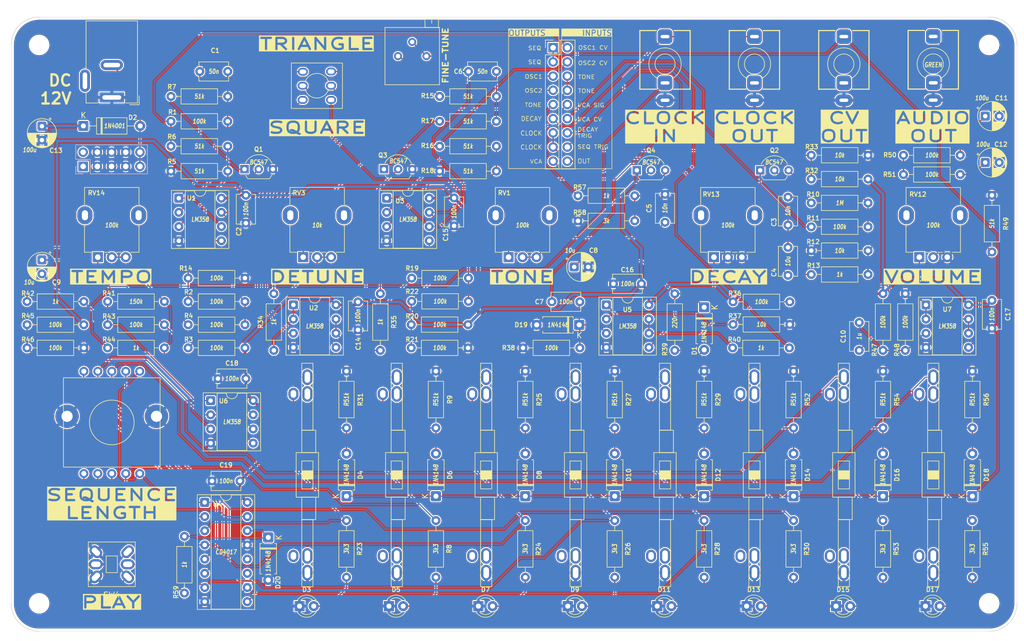
<source format=kicad_pcb>
(kicad_pcb (version 20241229) (generator "pcbnew") (generator_version "9.0")
  (layers (0 "F.Cu" signal) (2 "B.Cu" signal) (5 "F.SilkS" user "F.Silkscreen") (7 "B.SilkS" user "B.Silkscreen") (1 "F.Mask" user) (3 "B.Mask" user) (25 "Edge.Cuts" user))
  (net 0 "")
  (net 1 "GND")
  (net 2 "Net-(D3-A)")
  (net 3 "/SEQ_CV_OUT")
  (net 4 "Net-(D4-A)")
  (net 5 "Net-(D5-A)")
  (net 6 "Net-(D6-A)")
  (net 7 "Net-(D7-A)")
  (net 8 "Net-(D8-A)")
  (net 9 "Net-(D9-A)")
  (net 10 "Net-(D10-A)")
  (net 11 "Net-(D11-A)")
  (net 12 "Net-(D12-A)")
  (net 13 "Net-(D13-A)")
  (net 14 "Net-(D14-A)")
  (net 15 "Net-(D15-A)")
  (net 16 "Net-(D16-A)")
  (net 17 "Net-(D17-A)")
  (net 18 "Net-(D18-A)")
  (net 19 "Net-(U4-Q0)")
  (net 20 "Net-(U4-Q1)")
  (net 21 "Net-(U4-Q2)")
  (net 22 "Net-(U4-Q3)")
  (net 23 "Net-(U4-Q4)")
  (net 24 "Net-(U4-Q5)")
  (net 25 "Net-(U4-Q6)")
  (net 26 "Net-(U4-Q7)")
  (net 27 "/TRI1_OUT")
  (net 28 "/VCA_SIGNAL_IN")
  (net 29 "Net-(Q4-B)")
  (net 30 "/TRI2_OUT")
  (net 31 "/DECAY_TRIG_IN")
  (net 32 "/AMP_IN")
  (net 33 "Net-(C11-Pad2)")
  (net 34 "Net-(C12-Pad2)")
  (net 35 "Net-(D2-A)")
  (net 37 "/CLOCK_OUT")
  (net 38 "Net-(J5-PadTN)")
  (net 40 "/OSC1_CV_IN")
  (net 41 "/OSC2_CV_IN")
  (net 42 "Net-(U1A--)")
  (net 43 "/DECAY_CV_OUT")
  (net 44 "/VCA_CV_IN")
  (net 45 "/SEQ_CLOCK_IN")
  (net 46 "/VCA_OUT")
  (net 47 "/OSC1_OUT")
  (net 48 "+VDC")
  (net 49 "/OSC2_OUT")
  (net 50 "/SQ1_OUT")
  (net 51 "Net-(R15-Pad1)")
  (net 52 "/SQ2_OUT")
  (net 53 "Net-(R39-Pad1)")
  (net 54 "Net-(R41-Pad2)")
  (net 55 "Net-(R42-Pad1)")
  (net 56 "Net-(U7B-+)")
  (net 57 "Net-(RV2-Pad1)")
  (net 58 "Net-(U7A--)")
  (net 59 "Net-(U2A-+)")
  (net 60 "Net-(U2B-+)")
  (net 61 "Net-(U4-Q8)")
  (net 62 "Net-(U4-Reset)")
  (net 63 "Net-(C3-Pad2)")
  (net 64 "Net-(Q2-C)")
  (net 65 "Net-(U3A--)")
  (net 66 "Net-(D19-K)")
  (net 67 "Net-(D1-K)")
  (net 68 "Net-(C9-Pad1)")
  (net 69 "Net-(U6B--)")
  (net 70 "Net-(U7A-+)")
  (net 71 "Net-(C11-Pad1)")
  (net 72 "Net-(C12-Pad1)")
  (net 73 "Net-(D1-A)")
  (net 74 "Net-(D20-K)")
  (net 75 "/TONE_IN")
  (net 76 "/TONE_OUT")
  (net 79 "Net-(Q1-C)")
  (net 80 "Net-(Q1-B)")
  (net 81 "Net-(Q2-B)")
  (net 82 "Net-(Q2-E)")
  (net 83 "Net-(Q3-B)")
  (net 84 "Net-(Q3-C)")
  (net 85 "Net-(Q4-E)")
  (net 86 "Net-(U1B-+)")
  (net 87 "Net-(U1A-+)")
  (net 88 "Net-(U3A-+)")
  (net 89 "Net-(U3B-+)")
  (net 90 "Net-(U2A--)")
  (net 91 "Net-(U2B--)")
  (net 92 "Net-(U5A--)")
  (net 93 "Net-(U5B--)")
  (net 94 "Net-(U6A-+)")
  (net 95 "Net-(U6A--)")
  (net 96 "Net-(U7B--)")
  (net 99 "Net-(R59-Pad2)")
  (footprint "Resistor_THT:R_Axial_DIN0207_L6.3mm_D2.5mm_P10.16mm_Horizontal" (layer "F.Cu") (at 121.67 96.75)
    (property "Reference" "R19")
    (property "Value" "100k")
  )
  (footprint "Resistor_THT:R_Axial_DIN0207_L6.3mm_D2.5mm_P10.16mm_Horizontal" (layer "F.Cu") (at 203.33 96.1 180)
    (property "Reference" "R13")
    (property "Value" "1k")
  )
  (footprint "Package_DIP:DIP-8_W7.62mm_Socket" (layer "F.Cu") (at 156.5 101.55)
    (property "Reference" "U5")
    (property "Value" "LM358")
  )
  (footprint "Diode_THT:D_A-405_P10.16mm_Horizontal" (layer "F.Cu") (at 62.92 69.5)
    (property "Reference" "D2")
    (property "Value" "1N4001")
  )
  (footprint "Package_DIP:DIP-8_W7.62mm_Socket" (layer "F.Cu") (at 213.69 101.55)
    (property "Reference" "U7")
    (property "Value" "LM358")
  )
  (footprint "Resistor_THT:R_Axial_DIN0207_L6.3mm_D2.5mm_P10.16mm_Horizontal" (layer "F.Cu") (at 63 109.25 180)
    (property "Reference" "R46")
    (property "Value" "100k")
  )
  (footprint "Diode_THT:D_A-405_P7.62mm_Horizontal" (layer "F.Cu") (at 110 135.81 90)
    (property "Reference" "D4")
    (property "Value" "1N4148")
  )
  (footprint "Resistor_THT:R_Axial_DIN0207_L6.3mm_D2.5mm_P10.16mm_Horizontal" (layer "F.Cu") (at 81.67 105.1)
    (property "Reference" "R4")
    (property "Value" "100k")
  )
  (footprint "Resistor_THT:R_Axial_DIN0207_L6.3mm_D2.5mm_P10.16mm_Horizontal" (layer "F.Cu") (at 67.255 105.1)
    (property "Reference" "R43")
    (property "Value" "100k")
  )
  (footprint "Resistor_THT:R_Axial_DIN0207_L6.3mm_D2.5mm_P10.16mm_Horizontal" (layer "F.Cu") (at 161.58 82 180)
    (property "Reference" "R57")
    (property "Value" "1k")
  )
  (footprint "Capacitor_THT:C_Disc_D5.1mm_W3.2mm_P5.00mm" (layer "F.Cu") (at 129.25 82.4 -90)
    (property "Reference" "C15")
    (property "Value" "100n")
  )
  (footprint "SpaceCow:40mm Fader Potentiometer (double)" (layer "F.Cu") (at 215 132)
    (property "Reference" "RV11" (hide yes))
    (property "Value" "100kB" (hide yes))
  )
  (footprint "Package_TO_SOT_THT:TO-92L_Inline_Wide" (layer "F.Cu") (at 184.03 77.45)
    (property "Reference" "Q2")
    (property "Value" "BC547")
  )
  (footprint "Resistor_THT:R_Axial_DIN0207_L6.3mm_D2.5mm_P10.16mm_Horizontal" (layer "F.Cu") (at 141.59 109.25)
    (property "Reference" "R38")
    (property "Value" "100k")
  )
  (footprint "Diode_THT:D_A-405_P7.62mm_Horizontal" (layer "F.Cu") (at 190 135.81 90)
    (property "Reference" "D14")
    (property "Value" "1N4148")
  )
  (footprint "Resistor_THT:R_Axial_DIN0207_L6.3mm_D2.5mm_P10.16mm_Horizontal" (layer "F.Cu") (at 179.17 105.05)
    (property "Reference" "R37")
    (property "Value" "10k")
  )
  (footprint "Resistor_THT:R_Axial_DIN0207_L6.3mm_D2.5mm_P10.16mm_Horizontal" (layer "F.Cu") (at 126.67 73.1375)
    (property "Reference" "R16")
    (property "Value" "51k")
  )
  (footprint "Capacitor_THT:C_Disc_D5.1mm_W3.2mm_P5.00mm" (layer "F.Cu") (at 85.94 133.08)
    (property "Reference" "C19")
    (property "Value" "100n")
  )
  (footprint "Resistor_THT:R_Axial_DIN0207_L6.3mm_D2.5mm_P10.16mm_Horizontal" (layer "F.Cu") (at 142 123.58 90)
    (property "Reference" "R25")
    (property "Value" "R51k")
  )
  (footprint "Resistor_THT:R_Axial_DIN0207_L6.3mm_D2.5mm_P10.16mm_Horizontal" (layer "F.Cu") (at 206 123.58 90)
    (property "Reference" "R54")
    (property "Value" "R51k")
  )
  (footprint "Capacitor_THT:C_Disc_D5.1mm_W3.2mm_P5.00mm" (layer "F.Cu") (at 92 114.75 180)
    (property "Reference" "C18")
    (property "Value" "100n")
  )
  (footprint "Resistor_THT:R_Axial_DIN0207_L6.3mm_D2.5mm_P10.16mm_Horizontal" (layer "F.Cu") (at 78.59 73.1375)
    (property "Reference" "R6")
    (property "Value" "51k")
  )
  (footprint "Resistor_THT:R_Axial_DIN0207_L6.3mm_D2.5mm_P10.16mm_Horizontal" (layer "F.Cu") (at 121.67 100.916667)
    (property "Reference" "R22")
    (property "Value" "100k")
  )
  (footprint "Resistor_THT:R_Axial_DIN0207_L6.3mm_D2.5mm_P10.16mm_Horizontal" (layer "F.Cu") (at 222 140.17 -90)
    (property "Reference" "R55")
    (property "Value" "3k3")
  )
  (footprint "SpaceCow:40mm Fader Potentiometer (double)" (layer "F.Cu") (at 119 132)
    (property "Reference" "RV5" (hide yes))
    (property "Value" "100kB" (hide yes))
  )
  (footprint "Connector_BarrelJack:BarrelJack_Wuerth_6941xx301002" (layer "F.Cu") (at 68 64.4 180)
    (property "Reference" "J3" (hide yes))
    (property "Value" "Barrel_Jack" (hide yes))
  )
  (footprint "SpaceCow:40mm Fader Potentiometer (double)" (layer "F.Cu") (at 103 132)
    (property "Reference" "RV4" (hide yes))
    (property "Value" "100kB" (hide yes))
  )
  (footprint "Capacitor_THT:C_Disc_D5.1mm_W3.2mm_P5.00mm" (layer "F.Cu") (at 92 81.91 -90)
    (property "Reference" "C2")
    (property "Value" "100n")
  )
  (footprint "Resistor_THT:R_Axial_DIN0207_L6.3mm_D2.5mm_P10.16mm_Horizontal" (layer "F.Cu") (at 52.84 100.95)
    (property "Reference" "R42")
    (property "Value" "1k")
  )
  (footprint "Package_DIP:DIP-8_W7.62mm_Socket" (layer "F.Cu") (at 80 82.44)
    (property "Reference" "U1")
    (property "Value" "LM358")
  )
  (footprint "SpaceCow:8-way Rotary Switch" (layer "F.Cu") (at 68 122.6)
    (property "Reference" "SW3" (hide yes))
    (property "Value" "SW_Rotary_1x8_MP" (hide yes))
  )
  (footprint "Resistor_THT:R_Axial_DIN0207_L6.3mm_D2.5mm_P10.16mm_Horizontal" (layer "F.Cu") (at 91.83 96.75 180)
    (property "Reference" "R14")
    (property "Value" "100k")
  )
  (footprint "Resistor_THT:R_Axial_DIN0207_L6.3mm_D2.5mm_P10.16mm_Horizontal" (layer "F.Cu") (at 81 143 -90)
    (property "Reference" "R59")
    (property "Value" "1k")
  )
  (footprint "Resistor_THT:R_Axial_DIN0207_L6.3mm_D2.5mm_P10.16mm_Horizontal" (layer "F.Cu") (at 179.17 101)
    (property "Reference" "R36")
    (property "Value" "100k")
  )
  (footprint "LED_THT:LED_D3.0mm" (layer "F.Cu") (at 213.6 155.5)
    (property "Reference" "D17")
    (property "Value" "LED" (hide yes))
  )
  (footprint "SpaceCow:DPDT-subminiature-toggle" (layer "F.Cu") (at 104.7 62.3)
    (property "Reference" "SW1" (hide yes))
    (property "Value" "SW_DPDT" (hide yes))
  )
  (footprint "Capacitor_THT:C_Disc_D5.1mm_W3.2mm_P5.00mm" (layer "F.Cu") (at 189 96.25 90)
    (property "Reference" "C4")
    (property "Value" "10u")
  )
  (footprint "Diode_THT:D_A-405_P7.62mm_Horizontal" (layer "F.Cu") (at 126 135.81 90)
    (property "Reference" "D6")
    (property "Value" "1N4148")
  )
  (footprint "Potentiometer_THT:Potentiometer_Alpha_RD901F-40-00D_Single_Vertical" (layer "F.Cu") (at 139 93 90)
    (property "Reference" "RV1")
    (property "Value" "100k")
  )
  (footprint "Resistor_THT:R_Axial_DIN0207_L6.3mm_D2.5mm_P10.16mm_Horizontal" (layer "F.Cu") (at 222 123.58 90)
    (property "Reference" "R56")
    (property "Value" "R51k")
  )
  (footprint "Capacitor_THT:CP_Radial_D5.0mm_P2.50mm" (layer "F.Cu") (at 150.75 94.75)
    (property "Reference" "C8")
    (property "Value" "10u")
  )
  (footprint "Diode_THT:D_A-405_P7.62mm_Horizontal" (layer "F.Cu") (at 174 101.98 -90)
    (property "Reference" "D1")
    (property "Value" "1N4148")
  )
  (footprint "Resistor_THT:R_Axial_DIN0207_L6.3mm_D2.5mm_P10.16mm_Horizontal" (layer "F.Cu") (at 168.75 109.7 90)
    (property "Reference" "R39")
    (property "Value" "220r")
  )
  (footprint "Resistor_THT:R_Axial_DIN0207_L6.3mm_D2.5mm_P10.16mm_Horizontal" (layer "F.Cu") (at 158 123.58 90)
    (property "Reference" "R27")
    (property "Value" "R51k")
  )
  (footprint "LED_THT:LED_D3.0mm" (layer "F.Cu") (at 101.6 155.5)
    (property "Reference" "D3")
    (property "Value" "LED" (hide yes))
  )
  (footprint "Capacitor_THT:CP_Radial_D5.0mm_P2.50mm" (layer "F.Cu") (at 55.5 69.544888 -90)
    (property "Reference" "C13")
    (property "Value" "100u")
  )
  (footprint "Resistor_THT:R_Axial_DIN0207_L6.3mm_D2.5mm_P10.16mm_Horizontal" (layer "F.Cu") (at 78.59 77.6)
    (property "Reference" "R5")
    (property "Value" "51k")
  )
  (footprint "Resistor_THT:R_Axial_DIN0207_L6.3mm_D2.5mm_P10.16mm_Horizontal" (layer "F.Cu") (at 210 109.7 90)
    (property "Reference" "R48")
    (property "Value" "100k")
  )
  (footprint "Resistor_THT:R_Axial_DIN0207_L6.3mm_D2.5mm_P10.16mm_Horizontal" (layer "F.Cu") (at 206 99.54 -90)
    (property "Reference" "R47")
    (property "Value" "100k")
  )
  (footprint "Resistor_THT:R_Axial_DIN0207_L6.3mm_D2.5mm_P10.16mm_Horizontal" (layer "F.Cu") (at 91.83 109.25 180)
    (property "Reference" "R3")
    (property "Value" "100k")
  )
  (footprint "Capacitor_THT:CP_Radial_D5.0mm_P2.50mm" (layer "F.Cu") (at 55.5 93.5 -90)
    (property "Reference" "C9")
    (property "Value" "10u")
  )
  (footprint "Resistor_THT:R_Axial_DIN0207_L6.3mm_D2.5mm_P10.16mm_Horizontal" (layer "F.Cu") (at 142 140.17 -90)
    (property "Reference" "R24")
    (property "Value" "3k3")
  )
  (footprint "Resistor_THT:R_Axial_DIN0207_L6.3mm_D2.5mm_P10.16mm_Horizontal" (layer "F.Cu") (at 78.59 68.675)
    (property "Reference" "R1")
    (property "Value" "100k")
  )
  (footprint "Resistor_THT:R_Axial_DIN0207_L6.3mm_D2.5mm_P10.16mm_Horizontal" (layer "F.Cu") (at 131.75 105.083333 180)
    (property "Reference" "R20")
    (property "Value" "100k")
  )
  (footprint "Resistor_THT:R_Axial_DIN0207_L6.3mm_D2.5mm_P10.16mm_Horizontal" (layer "F.Cu") (at 126 140.17 -90)
    (property "Reference" "R8")
    (property "Value" "3k3")
  )
  (footprint "Diode_THT:D_A-405_P7.62mm_Horizontal" (layer "F.Cu") (at 151.65 105.125 180)
    (property "Reference" "D19")
    (property "Value" "1N4148")
  )
  (footprint "Capacitor_THT:C_Disc_D5.1mm_W3.2mm_P5.00mm" (layer "F.Cu") (at 162.77 97.77 180)
    (property "Reference" "C16")
    (property "Value" "100n")
  )
  (footprint "LED_THT:LED_D3.0mm" (layer "F.Cu") (at 197.6 155.5)
    (property "Reference" "D15")
    (property "Value" "LED" (hide yes))
  )
  (footprint "Resistor_THT:R_Axial_DIN0207_L6.3mm_D2.5mm_P10.16mm_Horizontal" (layer "F.Cu") (at 63 105.1 180)
    (property "Reference" "R45")
    (property "Value" "100k")
  )
  (footprint "Resistor_THT:R_Axial_DIN0207_L6.3mm_D2.5mm_P10.16mm_Horizontal" (layer "F.Cu") (at 97 109.7 90)
    (property "Reference" "R34")
    (property "Value" "1k")
  )
  (footprint "Potentiometer_THT:Potentiometer_Alpha_RD901F-40-00D_Single_Vertical" (layer "F.Cu") (at 102.25 93 90)
    (property "Reference" "RV3")
    (property "Value" "10k")
  )
  (footprint "SpaceCow:40mm Fader Potentiometer (double)" (layer "F.Cu") (at 183 132)
    (property "Reference" "RV9" (hide yes))
    (property "Value" "100kB" (hide yes))
  )
  (footprint "Capacitor_THT:C_Disc_D5.1mm_W3.2mm_P5.00mm" (layer "F.Cu") (at 189 87.25 90)
    (property "Reference" "C3")
    (property "Value" "10n")
  )
  (footprint "Capacitor_THT:C_Disc_D5.1mm_W3.2mm_P5.00mm" (layer "F.Cu") (at 225.5 100.75 -90)
    (property "Reference" "C17")
    (property "Value" "100n")
  )
  (footprint "Resistor_THT:R_Axial_DIN0207_L6.3mm_D2.5mm_P10.16mm_Horizontal" (layer "F.Cu") (at 193.17 91.83)
    (property "Reference" "R12")
    (property "Value" "10k")
  )
  (footprint "Capacitor_THT:C_Disc_D5.1mm_W3.2mm_P5.00mm" (layer "F.Cu") (at 88.75 59.75 180)
    (property "Reference" "C1")
    (property "Value" "50n")
  )
  (footprint "Package_TO_SOT_THT:TO-92L_Inline_Wide" (layer "F.Cu") (at 116.7 77.25)
    (property "Reference" "Q3")
    (property "Value" "BC547")
  )
  (footprint "Potentiometer_THT:Potentiometer_Alpha_RD901F-40-00D_Single_Vertical" (layer "F.Cu") (at 65.5 93 90)
    (property "Reference" "RV14")
    (property "Value" "100k")
  )
  (footprint "Resistor_THT:R_Axial_DIN0207_L6.3mm_D2.5mm_P10.16mm_Horizontal" (layer "F.Cu") (at 116.06 109.7 90)
    (property "Reference" "R35")
    (property "Value" "1k")
  )
  (footprint "Resistor_THT:R_Axial_DIN0207_L6.3mm_D2.5mm_P10.16mm_Horizontal" (layer "F.Cu") (at 110 140.17 -90)
    (property "Reference" "R23")
    (property "Value" "3k3")
  )
  (footprint "Resistor_THT:R_Axial_DIN0207_L6.3mm_D2.5mm_P10.16mm_Horizontal" (layer "F.Cu") (at 174 123.58 90)
    (property "Reference" "R29")
    (property "Value" "R51k")
  )
  (footprint "Capacitor_THT:C_Disc_D5.1mm_W3.2mm_P5.00mm" (layer "F.Cu") (at 112.06 101.02 -90)
    (property "Reference" "C14")
    (property "Value" "100n")
  )
  (footprint "Diode_THT:D_A-405_P7.62mm_Horizontal" (layer "F.Cu") (at 158 135.81 90)
    (property "Reference" "D10")
    (property "Value" "1N4148")
  )
  (footprint "Resistor_THT:R_Axial_DIN0207_L6.3mm_D2.5mm_P10.16mm_Horizontal" (layer "F.Cu") (at 81.67 100.95)
    (property "Reference" "R2")
    (property "Value" "100k")
  )
  (footprint "LED_THT:LED_D3.0mm" (layer "F.Cu") (at 117.6 155.5)
    (property "Reference" "D5")
    (property "Value" "LED" (hide yes))
  )
  (footprint "Diode_THT:D_A-405_P7.62mm_Horizontal" (layer "F.Cu") (at 142 135.81 90)
    (property "Reference" "D8")
    (property "Value" "1N4148")
  )
  (footprint "Resistor_THT:R_Axial_DIN0207_L6.3mm_D2.5mm_P10.16mm_Horizontal" (layer "F.Cu") (at 190 123.58 90)
    (property "Reference" "R52")
    (property "Value" "R51k")
  )
  (footprint "Package_DIP:DIP-8_W7.62mm_Socket" (layer "F.Cu") (at 117.19 82.44)
    (property "Reference" "U3")
    (property "Value" "LM358")
  )
  (footprint "SpaceCow:8x8_DPDT_Push_Button" (layer "F.Cu") (at 68 148)
    (property "Reference" "SW4")
    (property "Value" "SW_DPST")
  )
  (footprint "Resistor_THT:R_Axial_DIN0207_L6.3mm_D2.5mm_P10.16mm_Horizontal" (layer "F.Cu") (at 126.67 64.2125)
    (property "Reference" "R15")
    (property "Value" "51k")
  )
  (footprint "Potentiometer_THT:Potentiometer_Alpha_RD901F-40-00D_Single_Vertical" (layer "F.Cu") (at 175.75 93 90)
    (property "Reference" "RV13")
    (property "Value" "100k")
  )
  (footprint "Resistor_THT:R_Axial_DIN0207_L6.3mm_D2.5mm_P10.16mm_Horizontal" (layer "F.Cu") (at 193.17 83.29)
    (property "Reference" "R10")
    (property "Value" "1M")
  )
  (footprint "LED_THT:LED_D3.0mm" (layer "F.Cu") (at 133.6 155.5)
    (property "Reference" "D7")
    (property "Value" "LED" (hide yes))
  )
  (footprint "AudioJacks:Jack_3.5mm_QingPu_WQP-PJ301M-12_Vertical" (layer "F.Cu") (at 167 58.42)
    (property "Reference" "J5" (hide yes))
    (property "Value" "AudioJack2_SwitchT" (hide yes))
  )
  (footprint "Resistor_THT:R_Axial_DIN0207_L6.3mm_D2.5mm_P10.16mm_Horizontal" (layer "F.Cu") (at 203.33 74.75 180)
    (property "Reference" "R33")
    (property "Value" "10k")
  )
  (footprint "AudioJacks:Jack_3.5mm_QingPu_WQP-PJ301M-12_Vertical" (layer "F.Cu") (at 183 58.42)
    (property "Reference" "J6" (hide yes))
    (property "Value" "AudioJack2_SwitchT" (hide yes))
  )
  (footprint "Package_DIP:DIP-8_W7.62mm_Socket" (layer "F.Cu") (at 100.5 101.55)
    (property "Reference" "U2")
    (property "Value" "LM358")
  )
  (footprint "Resistor_THT:R_Axial_DIN0207_L6.3mm_D2.5mm_P10.16mm_Horizontal" (layer "F.Cu") (at 190 140.17 -90)
    (property "Reference" "R30")
    (property "Value" "3k3")
  )
  (footprint "Capacitor_THT:CP_Radial_D5.0mm_P2.50mm" (layer "F.Cu") (at 224.294888 76.05)
    (property "Reference" "C12")
    (property "Value" "100u")
  )
  (footprint "Resistor_THT:R_Axial_DIN0207_L6.3mm_D2.5mm_P10.16mm_Horizontal" (layer "F.Cu") (at 203.33 87.56 180)
    (property "Reference" "R11")
    (property "Value" "100k")
  )
  (footprint "Package_DIP:DIP-8_W7.62mm_Socket" (layer "F.Cu") (at 85.69 118.69)
    (property "Reference" "U6")
    (property "Value" "LM358")
  )
  (footprint "Resistor_THT:R_Axial_DIN0207_L6.3mm_D2.5mm_P10.16mm_Horizontal" (layer "F.Cu") (at 158 140.17 -90)
    (property "Reference" "R26")
    (property "Value" "3k3")
  )
  (footprint "Capacitor_THT:C_Disc_D5.1mm_W3.2mm_P5.00mm" (layer "F.Cu") (at 167 86.75 90)
    (property "Reference" "C5")
    (property "Value" "10n")
  )
  (footprint "AudioJacks:Jack_3.5mm_QingPu_WQP-PJ301M-12_Vertical" (layer "F.Cu") (at 199 58.42)
    (property "Reference" "J4" (hide yes))
    (property "Value" "AudioJack2_SwitchT" (hide yes))
  )
  (footprint "Resistor_THT:R_Axial_DIN0207_L6.3mm_D2.5mm_P10.16mm_Horizontal" (layer "F.Cu") (at 193.17 79.02)
    (property "Reference" "R32")
    (property "Value" "10k")
  )
  (footprint "SpaceCow:40mm Fader Potentiometer (double)" (layer "F.Cu") (at 135 132)
    (property "Reference" "RV6" (hide yes))
    (property "Value" "100kB" (hide yes))
  )
  (footprint "Diode_THT:D_A-405_P7.62mm_Horizontal" (layer "F.Cu") (at 96 143.19 -90)
    (property "Reference" "D20")
    (property "Value" "1N4148")
  )
  (footprint "Resistor_THT:R_Axial_DIN0207_L6.3mm_D2.5mm_P10.16mm_Horizontal" (layer "F.Cu") (at 209.67 74.75)
    (property "Reference" "R50")
    (property "Value" "100k")
  )
  (footprint "SpaceCow:40mm Fader Potentiometer (double)" (layer "F.Cu") (at 199 132)
    (property "Reference" "RV10" (hide yes))
    (property "Value" "100kB" (hide yes))
  )
  (footprint "Resistor_THT:R_Axial_DIN0207_L6.3mm_D2.5mm_P10.16mm_Horizontal" (layer "F.Cu") (at 126.67 68.675)
    (property "Reference" "R17")
    (property "Value" "51k")
  )
  (footprint "Resistor_THT:R_Axial_DIN0207_L6.3mm_D2.5mm_P10.16mm_Horizontal" (layer "F.Cu") (at 67.255 109.25)
    (property "Reference" "R44")
    (property "Value" "1k")
  )
  (footprint "Diode_THT:D_A-405_P7.62mm_Horizontal" (layer "F.Cu") (at 174 135.81 90)
    (property "Reference" "D12")
    (property "Value" "1N4148")
  )
  (footprint "Capacitor_THT:C_Disc_D5.1mm_W3.2mm_P5.00mm" (layer "F.Cu") (at 146.75 101)
    (property "Reference" "C7")
    (property "Value" "100n")
  )
  (footprint "MountingHole:MountingHole_3.2mm_M3_DIN965" (layer "F.Cu") (at 225 55)
    (property "Reference" "REF**" (hide yes))
    (property "Value" "MountingHole_3.2mm_M3_DIN965" (hide yes))
  )
  (footprint "Connector_PinHeader_2.54mm:PinHeader_2x09_P2.54mm_Vertical" (layer "F.Cu") (at 146.9725 55.5)
    (property "Reference" "J1" (hide yes))
    (property "Value" "Conn_02x09_Odd_Even" (hide yes))
  )
  (footprint "Package_DIP:DIP-16_W7.62mm_Socket" (layer "F.Cu") (at 84.63 136.92)
    (property "Reference" "U4")
    (property "Value" "CD4017")
  )
  (footprint "MountingHole:MountingHole_3.2mm_M3_DIN965" (layer "F.Cu") (at 55 55)
    (property "Reference" "REF**" (hide yes))
    (property "Value" "MountingHole_3.2mm_M3_DIN965" (hide yes))
  )
  (footprint "Resistor_THT:R_Axial_DIN0207_L6.3mm_D2.5mm_P10.16mm_Horizontal" (layer "F.Cu") (at 219.83 78.2 180)
    (property "Reference" "R51")
    (property "Value" "100k")
  )
  (footprint "Resistor_THT:R_Axial_DIN0207_L6.3mm_D2.5mm_P10.16mm_Horizontal" (layer "F.Cu") (at 110 123.58 90)
    (property "Reference" "R31")
    (property "Value" "R51k")
  )
  (footprint "Potentiometer_THT:Potentiometer_Alpha_RD901F-40-00D_Single_Vertical" (layer "F.Cu") (at 212.5 93 90)
    (property "Reference" "RV12")
    (property "Value" "100k")
  )
  (footprint "Resistor_THT:R_Axial_DIN0207_L6.3mm_D2.5mm_P10.16mm_Horizontal" (layer "F.Cu") (at 225.5 92.08 90)
    (property "Reference" "R49")
    (property "Value" "51k")
  )
  (footprint "Resistor_THT:R_Axial_DIN0207_L6.3mm_D2.5mm_P10.16mm_Horizontal" (layer "F.Cu") (at 206 140.17 -90)
    (property "Reference" "R53")
    (property "Value" "3k3")
  )
  (footprint "Resistor_THT:R_Axial_DIN0207_L6.3mm_D2.5mm_P10.16mm_Horizontal" (layer "F.Cu") (at 131.75 109.25 180)
    (property "Reference" "R21")
    (property "Value" "100k")
  )
  (footprint "Resistor_THT:R_Axial_DIN0207_L6.3mm_D2.5mm_P10.16mm_Horizontal" (layer "F.Cu") (at 78.59 64.2125)
    (property "Reference" "R7")
    (property "Value" "51k")
  )
  (footprint "Resistor_THT:R_Axial_DIN0207_L6.3mm_D2.5mm_P10.16mm_Horizontal" (layer "F.Cu") (at 67.255 100.95)
    (property "Reference" "R41")
    (property "Value" "150k")
  )
  (footprint "Resistor_THT:R_Axial_DIN0207_L6.3mm_D2.5mm_P10.16mm_Horizontal" (layer "F.Cu") (at 151.42 86.5)
    (property "Reference" "R58")
    (property "Value" "3k")
  )
  (footprint "Resistor_THT:R_Axial_DIN0207_L6.3mm_D2.5mm_P10.16mm_Horizontal" (layer "F.Cu") (at 174 140.17 -90)
    (property "Reference" "R28")
    (property "Value" "3k3")
  )
  (footprint "Package_TO_SOT_THT:TO-92L_Inline_Wide" (layer "F.Cu") (at 91.75 77.25)
    (property "Reference" "Q1")
    (property "Value" "BC547")
  )
  (footprint "Diode_THT:D_A-405_P7.62mm_Horizontal" (layer "F.Cu") (at 222 135.81 90)
    (property "Reference" "D18")
    (property "Value" "1N4148")
  )
  (footprint "SpaceCow:40mm Fader Potentiometer (double)" (layer "F.Cu") (at 151 132)
    (property "Reference" "RV7" (hide yes))
    (property "Value" "100kB" (hide yes))
  )
  (footprint "LED_THT:LED_D3.0mm" (layer "F.Cu") (at 181.6 155.5)
    (property "Reference" "D13")
    (property "Value" "LED" (hide yes))
  )
  (footprint "Package_TO_SOT_THT:TO-92L_Inline_Wide" (layer "F.Cu") (at 161.95 77.45)
    (property "Reference" "Q4")
    (property "Value" "BC547")
  )
  (footprint "MountingHole:MountingHole_3.2mm_M3_DIN965" (layer "F.Cu") (at 55 155)
    (property "Reference" "REF**" (hide yes))
    (property "Value" "MountingHole_3.2mm_M3_DIN965" (hide yes))
  )
  (footprint "Capacitor_THT:C_Disc_D5.1mm_W3.2mm_P5.00mm" (layer "F.Cu") (at 136.83 59.75 180)
    (property "Reference" "C6")
    (property "Value" "50n")
  )
  (footprint "AudioJacks:Jack_3.5mm_QingPu_WQP-PJ366ST_Vertical" (layer "F.Cu") (at 215 58.4)
    (property "Reference" "J2" (hide yes))
    (property "Value" "GREEN")
  )
  (footprint "Resistor_THT:R_Axial_DIN0207_L6.3mm_D2.5mm_P10.16mm_Horizontal" (layer "F.Cu") (at 179.09 109.25)
    (property "Reference" "R40")
    (property "Value" "1k")
  )
  (footprint "Capacitor_THT:C_Disc_D5.1mm_W3.2mm_P5.00mm" (layer "F.Cu") (at 201.75 109.7 90)
    (property "Reference" "C10")
    (property "Value" "1u")
  )
  (footprint "Resistor_THT:R_Axial_DIN0207_L6.3mm_D2.5mm_P10.16mm_Horizontal" (layer "F.Cu") (at 126 123.58 90)
    (property "Reference" "R9")
    (property "Value" "R51k")
  )
  (footprint "Diode_THT:D_A-405_P7.62mm_Horizontal" (layer "F.Cu") (at 206 135.81 90)
    (property "Reference" "D16")
    (property "Value" "1N4148")
  )
  (footprint "MountingHole:MountingHole_3.2mm_M3_DIN965" (layer "F.Cu") (at 225 155)
    (property "Reference" "REF**" (hide yes))
    (property "Value" "MountingHole_3.2mm_M3_DIN965" (hide yes))
  )
  (footprint "Resistor_THT:R_Axial_DIN0207_L6.3mm_D2.5mm_P10.16mm_Horizontal" (layer "F.Cu") (at 126.67 77.6)
    (property "Reference" "R18")
    (property "Value" "51k")
  )
  (footprint "SpaceCow:40mm Fader Potentiometer (double)" (layer "F.Cu") (at 167 132)
    (property "Reference" "RV8" (hide yes))
    (property "Value" "100kB" (hide yes))
  )
  (footprint "Capacitor_THT:CP_Radial_D5.0mm_P2.50mm" (layer "F.Cu") (at 224.294888 67.75)
    (property "Reference" "C11")
    (property "Value" "100u")
  )
  (footprint "LED_THT:LED_D3.0mm" (layer "F.Cu") (at 165.6 155.5)
    (property "Reference" "D11")
    (property "Value" "LED" (hide yes))
  )
  (footprint "Potentiometer_THT:Potentiometer_Bourns_3299P_Horizontal" (layer "F.Cu") (at 124.3 57 -90)
    (property "Reference" "RV2" (hide yes))
    (property "Value" "100k trimmer" (hide yes))
  )
  (footprint "LED_THT:LED_D3.0mm" (layer "F.Cu") (at 149.6 155.5)
    (property "Reference" "D9")
    (property "Value" "LED" (hide yes))
  )
  (footprint "Connector_PinSocket_2.54mm:PinSocket_2x05_P2.54mm_Vertical" (layer "B.Cu") (at 62.88 76.75 -90)
    (property "Reference" "J7" (hide yes))
    (property "Value" "Eurorack Power" (hide yes))
  )
  (gr_rect (start 139 52.1175) (end 148 77.1425) (stroke (width 0.1)) (fill no) (layer "F.SilkS"))
  (gr_rect (start 148.5 52.1175) (end 157.5 77.1675) (stroke (width 0.1)) (fill no) (layer "F.SilkS"))
  (gr_rect (start 145.6125 52.08) (end 148.0125 53.47) (fill yes) (layer "F.SilkS"))
  (gr_rect (start 148.5 52.1175) (end 152.2625 53.47) (fill yes) (layer "F.SilkS"))
  (gr_arc (start 50 55) (mid 51.464466 51.464466) (end 55 50) (stroke (width 0.1)) (layer "Edge.Cuts"))
  (gr_line (start 225 160) (end 55 160) (stroke (width 0.05)) (layer "Edge.Cuts"))
  (gr_line (start 55 50) (end 225 50) (stroke (width 0.05)) (layer "Edge.Cuts"))
  (gr_line (start 230 55) (end 230 155) (stroke (width 0.05)) (layer "Edge.Cuts"))
  (gr_arc (start 225 50) (mid 228.535534 51.464466) (end 230 55) (stroke (width 0.1)) (layer "Edge.Cuts"))
  (gr_line (start 50 155) (end 50 55) (stroke (width 0.05)) (layer "Edge.Cuts"))
  (gr_arc (start 55 160) (mid 51.464466 158.535534) (end 50 155) (stroke (width 0.1)) (layer "Edge.Cuts"))
  (gr_arc (start 230 155) (mid 228.535534 158.535534) (end 225 160) (stroke (width 0.1)) (layer "Edge.Cuts"))
  (gr_text "DECAY" (at 171.021428 97.75 0) (layer "F.SilkS" knockout) (effects (font (size 2 3) (thickness 0.4) (bold yes)) (justify left bottom)))
  (gr_text "TRIANGLE" (at 104.75 56 0) (layer "F.SilkS" knockout) (effects (font (size 2 3) (thickness 0.4) (bold yes)) (justify bottom)))
  (gr_text "TONE" (at 151.3725 63.65 0) (layer "F.SilkS") (effects (font (size 0.7 0.8) (thickness 0.1)) (justify left bottom)))
  (gr_text "TEMPO" (at 60.414286 97.75 0) (layer "F.SilkS" knockout) (effects (font (size 2 3) (thickness 0.4) (bold yes)) (justify left bottom)))
  (gr_text "OSC1 CV" (at 151.4 55.9 0) (layer "F.SilkS") (effects (font (size 0.7 0.8) (thickness 0.1)) (justify left bottom)))
  (gr_text "SEQUENCE\nLENGTH" (at 68 140 0) (layer "F.SilkS" knockout) (effects (font (size 2 3) (thickness 0.4) (bold yes)) (justify bottom)))
  (gr_text "TONE" (at 135.557143 97.75 0) (layer "F.SilkS" knockout) (effects (font (size 2 3) (thickness 0.4) (bold yes)) (justify left bottom)))
  (gr_text "OUTPUTS" (at 138.9 53.45 0) (layer "F.SilkS" knockout) (effects (font (size 1 1)) (justify left bottom)))
  (gr_text "SEQ" (at 143.6725 58.48 0) (layer "F.SilkS") (effects (font (size 0.7 0.8) (thickness 0.1)) (justify bottom)))
  (gr_text "INPUTS" (at 152.1 53.45 0) (layer "F.SilkS" knockout) (effects (font (size 1 1)) (justify left bottom)))
  (gr_text "OSC2 CV" (at 151.3725 58.65 0) (layer "F.SilkS") (effects (font (size 0.7 0.8) (thickness 0.1)) (justify left bottom)))
  (gr_text "AUDIO\nOUT" (at 215 72.5 0) (layer "F.SilkS" knockout) (effects (font (size 2 3) (thickness 0.4) (bold yes)) (justify bottom)))
  (gr_text "DECAY" (at 143.0725 68.68 0) (layer "F.SilkS") (effects (font (size 0.8 0.8) (thickness 0.1)) (justify bottom)))
  (gr_text "VCA" (at 142.7725 76.28 0) (layer "F.SilkS") (effects (font (size 0.7 0.8) (thickness 0.1)) (justify left bottom)))
  (gr_text "SQUARE" (at 104.75 71 0) (layer "F.SilkS" knockout) (effects (font (size 2 3) (thickness 0.4) (bold yes)) (justify bottom)))
  (gr_text "SEQ TRIG" (at 151.2725 73.65 0) (layer "F.SilkS") (effects (font (size 0.7 0.8) (thickness 0.1)) (justify left bottom)))
  (gr_text "DECAY\nTRIG" (at 151.2725 71.68 0) (layer "F.SilkS") (effects (font (size 0.7 0.8) (thickness 0.1)) (justify left bottom)))
  (gr_text "CLOCK" (at 143.0725 73.78 0) (layer "F.SilkS") (effects (font (size 0.8 0.8) (thickness 0.1)) (justify bottom)))
  (gr_text "CLOCK" (at 143.0725 71.28 0) (layer "F.SilkS") (effects (font (size 0.8 0.8) (thickness 0.1)) (justify bottom)))
  (gr_text "TONE" (at 144.9725 66.15 0) (layer "F.SilkS") (effects (font (size 0.7 0.8) (thickness 0.1)) (justify right bottom)))
  (gr_text "VCA SIG" (at 151.35 66.2 0) (layer "F.SilkS") (effects (font (size 0.7 0.8) (thickness 0.1)) (justify left bottom)))
  (gr_text "CLOCK\nOUT" (at 183 72.5 0) (layer "F.SilkS" knockout) (effects (font (size 2 3) (thickness 0.4) (bold yes)) (justify bottom)))
  (gr_text "DC\n12V" (at 61 65.75 0) (layer "F.SilkS") (effects (font (size 2 2) (thickness 0.4) (bold yes)) (justify right bottom)))
  (gr_text "DETUNE" (at 95.95 97.75 0) (layer "F.SilkS" knockout) (effects (font (size 2 3) (thickness 0.4) (bold yes)) (justify left bottom)))
  (gr_text "OUT" (at 152.4725 76.28 0) (layer "F.SilkS") (effects (font (size 0.8 0.8) (thickness 0.1)) (justify bottom)))
  (gr_text "CV\nOUT" (at 199 72.5 0) (layer "F.SilkS" knockout) (effects (font (size 2 3) (thickness 0.4) (bold yes)) (justify bottom)))
  (gr_text "OSC2" (at 143.4725 63.58 0) (layer "F.SilkS") (effects (font (size 0.7 0.8) (thickness 0.1)) (justify bottom)))
  (gr_text "FINE-TUNE" (at 128.3 51.75 90) (layer "F.SilkS") (effects (font (size 1 1.2) (thickness 0.25) (bold yes)) (justify right bottom)))
  (gr_text "SEQ" (at 143.6725 55.98 0) (layer "F.SilkS") (effects (font (size 0.7 0.8) (thickness 0.1)) (justify bottom)))
  (gr_text "VOLUME" (at 205.985715 97.75 0) (layer "F.SilkS" knockout) (effects (font (size 2 3) (thickness 0.4) (bold yes)) (justify left bottom)))
  (gr_text "OSC1" (at 143.4725 61.08 0) (layer "F.SilkS") (effects (font (size 0.7 0.8) (thickness 0.1)) (justify bottom)))
  (gr_text "CLOCK\nIN" (at 167 72.5 0) (layer "F.SilkS" knockout) (effects (font (size 2 3) (thickness 0.4) (bold yes)) (justify bottom)))
  (gr_text "VCA CV" (at 151.35 68.75 0) (layer "F.SilkS") (effects (font (size 0.7 0.8) (thickness 0.1)) (justify left bottom)))
  (gr_text "TONE" (at 151.3725 61.15 0) (layer "F.SilkS") (effects (font (size 0.7 0.8) (thickness 0.1)) (justify left bottom)))
  (gr_text "PLAY" (at 62.29 156 0) (layer "F.SilkS" knockout) (effects (font (size 2 3) (thickness 0.4) (bold yes)) (justify left bottom)))
  (segment (start 110 152.3) (end 110 150.33) (width 0.2) (layer "F.Cu") (net 2))
  (segment (start 104.14 155.5) (end 106.8 155.5) (width 0.2) (layer "F.Cu") (net 2))
  (segment (start 106.8 155.5) (end 110 152.3) (width 0.2) (layer "F.Cu") (net 2))
  (segment (start 226.601 89.101) (end 216 78.5) (width 0.2) (layer "B.Cu") (net 3))
  (segment (start 222 135.81) (end 206 135.81) (width 0.2) (layer "B.Cu") (net 3))
  (segment (start 126 135.81) (end 110 135.81) (width 0.2) (layer "B.Cu") (net 3))
  (segment (start 195.849 56.651) (end 199 53.5) (width 0.2) (layer "B.Cu") (net 3))
  (segment (start 226.601 131.209) (end 226.601 89.101) (width 0.2) (layer "B.Cu") (net 3))
  (segment (start 146.9725 55.5) (end 148.1235 56.651) (width 0.2) (layer "B.Cu") (net 3))
  (segment (start 146.9725 55.5) (end 146.9725 58.04) (width 0.2) (layer "B.Cu") (net 3))
  (segment (start 158 135.81) (end 142 135.81) (width 0.2) (layer "B.Cu") (net 3))
  (segment (start 216 70.5) (end 199 53.5) (width 0.2) (layer "B.Cu") (net 3))
  (segment (start 142 135.81) (end 126 135.81) (width 0.2) (layer "B.Cu") (net 3))
  (segment (start 216 78.5) (end 216 70.5) (width 0.2) (layer "B.Cu") (net 3))
  (segment (start 190 135.81) (end 174 135.81) (width 0.2) (layer "B.Cu") (net 3))
  (segment (start 148.1235 56.651) (end 195.849 56.651) (width 0.2) (layer "B.Cu") (net 3))
  (segment (start 206 135.81) (end 190 135.81) (width 0.2) (layer "B.Cu") (net 3))
  (segment (start 174 135.81) (end 158 135.81) (width 0.2) (layer "B.Cu") (net 3))
  (segment (start 222 135.81) (end 226.601 131.209) (width 0.2) (layer "B.Cu") (net 3))
  (segment (start 110 128.19) (end 110 123.58) (width 0.2) (layer "F.Cu") (net 4))
  (segment (start 104.18 123.58) (end 110 123.58) (width 0.2) (layer "F.Cu") (net 4))
  (segment (start 100.5 117.5) (end 100.5 119.9) (width 0.2) (layer "F.Cu") (net 4))
  (segment (start 100.5 119.9) (end 104.18 123.58) (width 0.2) (layer "F.Cu") (net 4))
  (segment (start 126 153.3) (end 126 150.33) (width 0.2) (layer "F.Cu") (net 5))
  (segment (start 120.14 155.5) (end 123.8 155.5) (width 0.2) (layer "F.Cu") (net 5))
  (segment (start 123.8 155.5) (end 126 153.3) (width 0.2) (layer "F.Cu") (net 5))
  (segment (start 116.5 119.8) (end 120.28 123.58) (width 0.2) (layer "F.Cu") (net 6))
  (segment (start 120.28 123.58) (end 126 123.58) (width 0.2) (layer "F.Cu") (net 6))
  (segment (start 116.5 117.5) (end 116.5 119.8) (width 0.2) (layer "F.Cu") (net 6))
  (segment (start 126 128.19) (end 126 123.58) (width 0.2) (layer "F.Cu") (net 6))
  (segment (start 139.4 155.5) (end 142 152.9) (width 0.2) (layer "F.Cu") (net 7))
  (segment (start 136.14 155.5) (end 139.4 155.5) (width 0.2) (layer "F.Cu") (net 7))
  (segment (start 142 152.9) (end 142 150.33) (width 0.2) (layer "F.Cu") (net 7))
  (segment (start 136.28 123.58) (end 142 123.58) (width 0.2) (layer "F.Cu") (net 8))
  (segment (start 142 128.19) (end 142 123.58) (width 0.2) (layer "F.Cu") (net 8))
  (segment (start 132.5 119.8) (end 136.28 123.58) (width 0.2) (layer "F.Cu") (net 8))
  (segment (start 132.5 117.5) (end 132.5 119.8) (width 0.2) (layer "F.Cu") (net 8))
  (segment (start 156 155.5) (end 158 153.5) (width 0.2) (layer "F.Cu") (net 9))
  (segment (start 152.14 155.5) (end 156 155.5) (width 0.2) (layer "F.Cu") (net 9))
  (segment (start 158 153.5) (end 158 150.33) (width 0.2) (layer "F.Cu") (net 9))
  (segment (start 152.68 123.58) (end 158 123.58) (width 0.2) (layer "F.Cu") (net 10))
  (segment (start 158 128.19) (end 158 123.58) (width 0.2) (layer "F.Cu") (net 10))
  (segment (start 148.5 117.5) (end 148.5 119.4) (width 0.2) (layer "F.Cu") (net 10))
  (segment (start 148.5 119.4) (end 152.68 123.58) (width 0.2) (layer "F.Cu") (net 10))
  (segment (start 168.14 155.5) (end 171.5 155.5) (width 0.2) (layer "F.Cu") (net 11))
  (segment (start 174 153) (end 174 150.33) (width 0.2) (layer "F.Cu") (net 11))
  (segment (start 171.5 155.5) (end 174 153) (width 0.2) (layer "F.Cu") (net 11))
  (segment (start 174 128.19) (end 174 123.58) (width 0.2) (layer "F.Cu") (net 12))
  (segment (start 168.48 123.58) (end 174 123.58) (width 0.2) (layer "F.Cu") (net 12))
  (segment (start 164.5 117.5) (end 164.5 119.6) (width 0.2) (layer "F.Cu") (net 12))
  (segment (start 164.5 119.6) (end 168.48 123.58) (width 0.2) (layer "F.Cu") (net 12))
  (segment (start 184.14 155.5) (end 187 155.5) (width 0.2) (layer "F.Cu") (net 13))
  (segment (start 187 155.5) (end 190 152.5) (width 0.2) (layer "F.Cu") (net 13))
  (segment (start 190 152.5) (end 190 150.33) (width 0.2) (layer "F.Cu") (net 13))
  (segment (start 190 128.19) (end 190 123.58) (width 0.2) (layer "F.Cu") (net 14))
  (segment (start 180.5 117.5) (end 180.5 119.9) (width 0.2) (layer "F.Cu") (net 14))
  (segment (start 184.18 123.58) (end 190 123.58) (width 0.2) (layer "F.Cu") (net 14))
  (segment (start 180.5 119.9) (end 184.18 123.58) (width 0.2) (layer "F.Cu") (net 14))
  (segment (start 206 152.4) (end 206 150.33) (width 0.2) (layer "F.Cu") (net 15))
  (segment (start 202.9 155.5) (end 206 152.4) (width 0.2) (layer "F.Cu") (net 15))
  (segment (start 200.14 155.5) (end 202.9 155.5) (width 0.2) (layer "F.Cu") (net 15))
  (segment (start 200.28 123.58) (end 206 123.58) (width 0.2) (layer "F.Cu") (net 16))
  (segment (start 206 128.19) (end 206 123.58) (width 0.2) (layer "F.Cu") (net 16))
  (segment (start 196.5 119.8) (end 200.28 123.58) (width 0.2) (layer "F.Cu") (net 16))
  (segment (start 196.5 117.5) (end 196.5 119.8) (width 0.2) (layer "F.Cu") (net 16))
  (segment (start 222 152.4) (end 222 150.33) (width 0.2) (layer "F.Cu") (net 17))
  (segment (start 216.14 155.5) (end 218.9 155.5) (width 0.2) (layer "F.Cu") (net 17))
  (segment (start 218.9 155.5) (end 222 152.4) (width 0.2) (layer "F.Cu") (net 17))
  (segment (start 212.5 117.5) (end 212.5 119.8) (width 0.2) (layer "F.Cu") (net 18))
  (segment (start 222 128.19) (end 222 123.58) (width 0.2) (layer "F.Cu") (net 18))
  (segment (start 216.28 123.58) (end 222 123.58) (width 0.2) (layer "F.Cu") (net 18))
  (segment (start 212.5 119.8) (end 216.28 123.58) (width 0.2) (layer "F.Cu") (net 18))
  (segment (start 101.60153 114.5) (end 99.299 116.80253) (width 0.2) (layer "F.Cu") (net 19))
  (segment (start 99.299 129.469) (end 110 140.17) (width 0.2) (layer "F.Cu") (net 19))
  (segment (start 103 114.5) (end 101.60153 114.5) (width 0.2) (layer "F.Cu") (net 19))
  (segment (start 99.299 116.80253) (end 99.299 129.469) (width 0.2) (layer "F.Cu") (net 19))
  (segment (start 86.069 140.561) (end 84.63 142) (width 0.2) (layer "B.Cu") (net 19))
  (segment (start 110 140.17) (end 107.03 140.17) (width 0.2) (layer "B.Cu") (net 19))
  (segment (start 106.639 140.561) (end 86.069 140.561) (width 0.2) (layer "B.Cu") (net 19))
  (segment (start 107.03 140.17) (end 106.639 140.561) (width 0.2) (layer "B.Cu") (net 19))
  (segment (start 70.5 131.75) (end 70.5 133.2) (width 0.2) (layer "F.Cu") (net 20))
  (segment (start 70.5 133.2) (end 76.76 139.46) (width 0.2) (layer "F.Cu") (net 20))
  (segment (start 119 114.5) (end 117.60153 114.5) (width 0.2) (layer "F.Cu") (net 20))
  (segment (start 117.60153 114.5) (end 115.299 116.80253) (width 0.2) (layer "F.Cu") (net 20))
  (segment (start 115.299 116.80253) (end 115.299 129.469) (width 0.2) (layer "F.Cu") (net 20))
  (segment (start 76.76 139.46) (end 84.63 139.46) (width 0.2) (layer "F.Cu") (net 20))
  (segment (start 115.299 129.469) (end 126 140.17) (width 0.2) (layer "F.Cu") (net 20))
  (segment (start 109.3171 137.3) (end 123.13 137.3) (width 0.2) (layer "B.Cu") (net 20))
  (segment (start 94.899 134.599) (end 106.6161 134.599) (width 0.2) (layer "B.Cu") (net 20))
  (segment (start 90.949 130.649) (end 94.899 134.599) (width 0.2) (layer "B.Cu") (net 20))
  (segment (start 71.601 130.649) (end 90.949 130.649) (width 0.2) (layer "B.Cu") (net 20))
  (segment (start 70.5 131.75) (end 71.601 130.649) (width 0.2) (layer "B.Cu") (net 20))
  (segment (start 123.13 137.3) (end 126 140.17) (width 0.2) (layer "B.Cu") (net 20))
  (segment (start 106.6161 134.599) (end 109.3171 137.3) (width 0.2) (layer "B.Cu") (net 20))
  (segment (start 133.60153 114.5) (end 131.299 116.80253) (width 0.2) (layer "F.Cu") (net 21))
  (segment (start 68 131.75) (end 68 133.3) (width 0.2) (layer "F.Cu") (net 21))
  (segment (start 131.299 129.469) (end 142 140.17) (width 0.2) (layer "F.Cu") (net 21))
  (segment (start 135 114.5) (end 133.60153 114.5) (width 0.2) (layer "F.Cu") (net 21))
  (segment (start 79.24 144.54) (end 84.63 144.54) (width 0.2) (layer "F.Cu") (net 21))
  (segment (start 68 133.3) (end 79.24 144.54) (width 0.2) (layer "F.Cu") (net 21))
  (segment (start 131.299 116.80253) (end 131.299 129.469) (width 0.2) (layer "F.Cu") (net 21))
  (segment (start 84.63 144.54) (end 86.54 144.54) (width 0.2) (layer "B.Cu") (net 21))
  (segment (start 86.54 144.54) (end 90.4 148.4) (width 0.2) (layer "B.Cu") (net 21))
  (segment (start 94.3 148.4) (end 98.309 144.391) (width 0.2) (layer "B.Cu") (net 21))
  (segment (start 90.4 148.4) (end 94.3 148.4) (width 0.2) (layer "B.Cu") (net 21))
  (segment (start 137.779 144.391) (end 142 140.17) (width 0.2) (layer "B.Cu") (net 21))
  (segment (start 98.309 144.391) (end 137.779 144.391) (width 0.2) (layer "B.Cu") (net 21))
  (segment (start 65.5 133.2) (end 84.295269 151.995269) (width 0.2) (layer "F.Cu") (net 22))
  (segment (start 149.60153 114.5) (end 147.299 116.80253) (width 0.2) (layer "F.Cu") (net 22))
  (segment (start 147.299 116.80253) (end 147.299 129.469) (width 0.2) (layer "F.Cu") (net 22))
  (segment (start 151 114.5) (end 149.60153 114.5) (width 0.2) (layer "F.Cu") (net 22))
  (segment (start 65.5 131.75) (end 65.5 133.2) (width 0.2) (layer "F.Cu") (net 22))
  (segment (start 147.299 129.469) (end 158 140.17) (width 0.2) (layer "F.Cu") (net 22))
  (segment (start 84.295269 151.995269) (end 84.795269 151.995269) (width 0.2) (layer "F.Cu") (net 22))
  (segment (start 141.098 146.9) (end 135.898 152.1) (width 0.2) (layer "B.Cu") (net 22))
  (segment (start 152.03 140.17) (end 145.3 146.9) (width 0.2) (layer "B.Cu") (net 22))
  (segment (start 94.052529 151.059) (end 85.731 151.059) (width 0.2) (layer "B.Cu") (net 22))
  (segment (start 85.731 151.059) (end 84.63 152.16) (width 0.2) (layer "B.Cu") (net 22))
  (segment (start 158 140.17) (end 152.03 140.17) (width 0.2) (layer "B.Cu") (net 22))
  (segment (start 145.3 146.9) (end 141.098 146.9) (width 0.2) (layer "B.Cu") (net 22))
  (segment (start 135.898 152.1) (end 95.093529 152.1) (width 0.2) (layer "B.Cu") (net 22))
  (segment (start 95.093529 152.1) (end 94.052529 151.059) (width 0.2) (layer "B.Cu") (net 22))
  (segment (start 167 114.5) (end 165.60153 114.5) (width 0.2) (layer "F.Cu") (net 23))
  (segment (start 63 133.2) (end 83.2 153.4) (width 0.2) (layer "F.Cu") (net 23))
  (segment (start 63 131.75) (end 63 133.2) (width 0.2) (layer "F.Cu") (net 23))
  (segment (start 163.3 116.80153) (end 163.3 129.47) (width 0.2) (layer "F.Cu") (net 23))
  (segment (start 165.60153 114.5) (end 163.3 116.80153) (width 0.2) (layer "F.Cu") (net 23))
  (segment (start 91.01 153.4) (end 92.25 152.16) (width 0.2) (layer "F.Cu") (net 23))
  (segment (start 83.2 153.4) (end 91.01 153.4) (width 0.2) (layer "F.Cu") (net 23))
  (segment (start 163.3 129.47) (end 174 140.17) (width 0.2) (layer "F.Cu") (net 23))
  (segment (start 93.29 153.2) (end 165.9 153.2) (width 0.2) (layer "B.Cu") (net 23))
  (segment (start 165.9 153.2) (end 174 145.1) (width 0.2) (layer "B.Cu") (net 23))
  (segment (start 92.25 152.16) (end 93.29 153.2) (width 0.2) (layer "B.Cu") (net 23))
  (segment (start 174 145.1) (end 174 140.17) (width 0.2) (layer "B.Cu") (net 23))
  (segment (start 181.60153 114.5) (end 179.299 116.80253) (width 0.2) (layer "F.Cu") (net 24))
  (segment (start 183 114.5) (end 181.60153 114.5) (width 0.2) (layer "F.Cu") (net 24))
  (segment (start 179.299 116.80253) (end 179.299 129.469) (width 0.2) (layer "F.Cu") (net 24))
  (segment (start 62.96453 117.26453) (end 82.62 136.92) (width 0.2) (layer "F.Cu") (net 24))
  (segment (start 179.299 129.469) (end 190 140.17) (width 0.2) (layer "F.Cu") (net 24))
  (segment (start 62.96453 113.93547) (end 62.96453 117.26453) (width 0.2) (layer "F.Cu") (net 24))
  (segment (start 82.62 136.92) (end 84.63 136.92) (width 0.2) (layer "F.Cu") (net 24))
  (segment (start 89.3 138.2) (end 88.02 136.92) (width 0.2) (layer "B.Cu") (net 24))
  (segment (start 190 140.17) (end 188.53 138.7) (width 0.2) (layer "B.Cu") (net 24))
  (segment (start 141.2 138.7) (end 138.2 141.7) (width 0.2) (layer "B.Cu") (net 24))
  (segment (start 113.5 138.2) (end 89.3 138.2) (width 0.2) (layer "B.Cu") (net 24))
  (segment (start 188.53 138.7) (end 141.2 138.7) (width 0.2) (layer "B.Cu") (net 24))
  (segment (start 138.2 141.7) (end 117 141.7) (width 0.2) (layer "B.Cu") (net 24))
  (segment (start 117 141.7) (end 113.5 138.2) (width 0.2) (layer "B.Cu") (net 24))
  (segment (start 88.02 136.92) (end 84.63 136.92) (width 0.2) (layer "B.Cu") (net 24))
  (segment (start 195.299 116.80253) (end 195.299 129.469) (width 0.2) (layer "F.Cu") (net 25))
  (segment (start 82.8 135.1) (end 84.8 135.1) (width 0.2) (layer "F.Cu") (net 25))
  (segment (start 65.5 117.8) (end 82.8 135.1) (width 0.2) (layer "F.Cu") (net 25))
  (segment (start 86.75 145) (end 86.71 145) (width 0.2) (layer "F.Cu") (net 25))
  (segment (start 199 114.5) (end 197.60153 114.5) (width 0.2) (layer "F.Cu") (net 25))
  (segment (start 86.75 137.05) (end 86.75 145) (width 0.2) (layer "F.Cu") (net 25))
  (segment (start 84.8 135.1) (end 86.75 137.05) (width 0.2) (layer "F.Cu") (net 25))
  (segment (start 86.71 145) (end 84.63 147.08) (width 0.2) (layer "F.Cu") (net 25))
  (segment (start 65.5 113.45) (end 65.5 117.8) (width 0.2) (layer "F.Cu") (net 25))
  (segment (start 195.299 129.469) (end 206 140.17) (width 0.2) (layer "F.Cu") (net 25))
  (segment (start 197.60153 114.5) (end 195.299 116.80253) (width 0.2) (layer "F.Cu") (net 25))
  (segment (start 199 114.5) (end 197.52295 114.5) (width 0.2) (layer "B.Cu") (net 25))
  (segment (start 81.3 118.5) (end 73.8 111) (width 0.2) (layer "B.Cu") (net 25))
  (segment (start 81.3 124.1) (end 81.3 118.5) (width 0.2) (layer "B.Cu") (net 25))
  (segment (start 73.8 111) (end 67.95 111) (width 0.2) (layer "B.Cu") (net 25))
  (segment (start 180.42295 131.6) (end 95.5 131.6) (width 0.2) (layer "B.Cu") (net 25))
  (segment (start 95.5 131.6) (end 92.2 128.3) (width 0.2) (layer "B.Cu") (net 25))
  (segment (start 92.2 128.3) (end 85.5 128.3) (width 0.2) (layer "B.Cu") (net 25))
  (segment (start 197.52295 114.5) (end 180.42295 131.6) (width 0.2) (layer "B.Cu") (net 25))
  (segment (start 67.95 111) (end 65.5 113.45) (width 0.2) (layer "B.Cu") (net 25))
  (segment (start 85.5 128.3) (end 81.3 124.1) (width 0.2) (layer "B.Cu") (net 25))
  (segment (start 213.60153 114.5) (end 211.299 116.80253) (width 0.2) (layer "F.Cu") (net 26))
  (segment (start 211.299 116.80253) (end 211.299 129.469) (width 0.2) (layer "F.Cu") (net 26))
  (segment (start 87.9 146.35) (end 84.63 149.62) (width 0.2) (layer "F.Cu") (net 26))
  (segment (start 68 113.45) (end 68 118.7) (width 0.2) (layer "F.Cu") (net 26))
  (segment (start 87.9 137.6329) (end 87.9 146.35) (width 0.2) (layer "F.Cu") (net 26))
  (segment (start 215 114.5) (end 213.60153 114.5) (width 0.2) (layer "F.Cu") (net 26))
  (segment (start 83.299 133.999) (end 84.2661 133.999) (width 0.2) (layer "F.Cu") (net 26))
  (segment (start 211.299 129.469) (end 222 140.17) (width 0.2) (layer "F.Cu") (net 26))
  (segment (start 68 118.7) (end 83.299 133.999) (width 0.2) (layer "F.Cu") (net 26))
  (segment (start 84.2661 133.999) (end 87.9 137.6329) (width 0.2) (layer "F.Cu") (net 26))
  (segment (start 91.401 129.301) (end 95.2 133.1) (width 0.2) (layer "B.Cu") (net 26))
  (segment (start 143.4329 133.1) (end 143.4339 133.101) (width 0.2) (layer "B.Cu") (net 26))
  (segment (start 205.54395 122.479) (end 205.62253 122.479) (width 0.2) (layer "B.Cu") (net 26))
  (segment (start 84.7339 129.301) (end 91.401 129.301) (width 0.2) (layer "B.Cu") (net 26))
  (segment (start 183.7661 133.101) (end 183.7671 133.1) (width 0.2) (layer "B.Cu") (net 26))
  (segment (start 95.2 133.1) (end 143.4329 133.1) (width 0.2) (layer "B.Cu") (net 26))
  (segment (start 195.00153 133.1) (end 204.899 123.20253) (width 0.2) (layer "B.Cu") (net 26))
  (segment (start 79.999 118.6332) (end 79.999 124.5661) (width 0.2) (layer "B.Cu") (net 26))
  (segment (start 204.899 123.12395) (end 205.54395 122.479) (width 0.2) (layer "B.Cu") (net 26))
  (segment (start 73.4668 112.101) (end 79.999 118.6332) (width 0.2) (layer "B.Cu") (net 26))
  (segment (start 213.60153 114.5) (end 215 114.5) (width 0.2) (layer "B.Cu") (net 26))
  (segment (start 79.999 124.5661) (end 84.7339 129.301) (width 0.2) (layer "B.Cu") (net 26))
  (segment (start 69.349 112.101) (end 73.4668 112.101) (width 0.2) (layer "B.Cu") (net 26))
  (segment (start 205.62253 122.479) (end 213.60153 114.5) (width 0.2) (layer "B.Cu") (net 26))
  (segment (start 183.7671 133.1) (end 195.00153 133.1) (width 0.2) (layer "B.Cu") (net 26))
  (segment (start 68 113.45) (end 69.349 112.101) (width 0.2) (layer "B.Cu") (net 26))
  (segment (start 143.4339 133.101) (end 183.7661 133.101) (width 0.2) (layer "B.Cu") (net 26))
  (segment (start 204.899 123.20253) (end 204.899 123.12395) (width 0.2) (layer "B.Cu") (net 26))
  (segment (start 94.349 58.649) (end 84.851 58.649) (width 0.2) (layer "F.Cu") (net 27))
  (segment (start 95.5 59.8) (end 94.349 58.649) (width 0.2) (layer "F.Cu") (net 27))
  (segment (start 84.851 58.649) (end 83.75 59.75) (width 0.2) (layer "F.Cu") (net 27))
  (segment (start 83.75 78.69) (end 80 82.44) (width 0.2) (layer "F.Cu") (net 27))
  (segment (start 83.75 59.75) (end 83.75 78.69) (width 0.2) (layer "F.Cu") (net 27))
  (segment (start 102.2 59.8) (end 95.5 59.8) (width 0.2) (layer "F.Cu") (net 27))
  (segment (start 82.54 82.44) (end 87.62 87.52) (width 0.2) (layer "B.Cu") (net 27))
  (segment (start 80 82.44) (end 82.54 82.44) (width 0.2) (layer "B.Cu") (net 27))
  (segment (start 149.5125 65.66) (end 148.2 66.9725) (width 0.2) (layer "F.Cu") (net 28))
  (segment (start 144.9 70.4) (end 144.9 76.6) (width 0.2) (layer "F.Cu") (net 28))
  (segment (start 145.9 69.4) (end 144.9 70.4) (width 0.2) (layer "F.Cu") (net 28))
  (segment (start 148.2 68.83826) (end 147.63826 69.4) (width 0.2) (layer "F.Cu") (net 28))
  (segment (start 144.9 76.6) (end 147.3 79) (width 0.2) (layer "F.Cu") (net 28))
  (segment (start 147.3 79) (end 158.298 79) (width 0.2) (layer "F.Cu") (net 28))
  (segment (start 169.149 76.399) (end 189 96.25) (width 0.2) (layer "F.Cu") (net 28))
  (segment (start 148.2 66.9725) (end 148.2 68.83826) (width 0.2) (layer "F.Cu") (net 28))
  (segment (start 160.899 76.399) (end 169.149 76.399) (width 0.2) (layer "F.Cu") (net 28))
  (segment (start 147.63826 69.4) (end 145.9 69.4) (width 0.2) (layer "F.Cu") (net 28))
  (segment (start 158.298 79) (end 160.899 76.399) (width 0.2) (layer "F.Cu") (net 28))
  (segment (start 149 89.5) (end 147.5 89.5) (width 0.2) (layer "F.Cu") (net 29))
  (segment (start 164.25 89.5) (end 149 89.5) (width 0.2) (layer "F.Cu") (net 29))
  (segment (start 161.4 79.6) (end 151.5 89.5) (width 0.2) (layer "F.Cu") (net 29))
  (segment (start 141.5 93) (end 144 93) (width 0.2) (layer "F.Cu") (net 29))
  (segment (start 167 86.75) (end 164.25 89.5) (width 0.2) (layer "F.Cu") (net 29))
  (segment (start 162.34 79.6) (end 161.4 79.6) (width 0.2) (layer "F.Cu") (net 29))
  (segment (start 164.49 77.45) (end 162.34 79.6) (width 0.2) (layer "F.Cu") (net 29))
  (segment (start 151.5 89.5) (end 149 89.5) (width 0.2) (layer "F.Cu") (net 29))
  (segment (start 147.5 89.5) (end 144 93) (width 0.2) (layer "F.Cu") (net 29))
  (segment (start 107.24 59.76) (end 111.54 59.76) (width 0.2) (layer "F.Cu") (net 30))
  (segment (start 120.3 55.5) (end 124.55 59.75) (width 0.2) (layer "F.Cu") (net 30))
  (segment (start 115.8 55.5) (end 120.3 55.5) (width 0.2) (layer "F.Cu") (net 30))
  (segment (start 111.54 59.76) (end 113.8 57.5) (width 0.2) (layer "F.Cu") (net 30))
  (segment (start 113.8 57.5) (end 115.8 55.5) (width 0.2) (layer "F.Cu") (net 30))
  (segment (start 124.55 59.75) (end 131.83 59.75) (width 0.2) (layer "F.Cu") (net 30))
  (segment (start 124.81 87.52) (end 126.78 87.52) (width 0.2) (layer "B.Cu") (net 30))
  (segment (start 117.19 82.44) (end 119.73 82.44) (width 0.2) (layer "B.Cu") (net 30))
  (segment (start 126.78 87.52) (end 131 83.3) (width 0.2) (layer "B.Cu") (net 30))
  (segment (start 131.83 65.27) (end 131.83 59.75) (width 0.2) (layer "B.Cu") (net 30))
  (segment (start 119.73 82.44) (end 124.81 87.52) (width 0.2) (layer "B.Cu") (net 30))
  (segment (start 131 83.3) (end 131 79.9) (width 0.2) (layer "B.Cu") (net 30))
  (segment (start 125.569 71.531) (end 131.83 65.27) (width 0.2) (layer "B.Cu") (net 30))
  (segment (start 131 79.9) (end 125.569 74.469) (width 0.2) (layer "B.Cu") (net 30))
  (segment (start 125.569 74.469) (end 125.569 71.531) (width 0.2) (layer "B.Cu") (net 30))
  (segment (start 151.56 70.74) (end 162.5 59.8) (width 0.2) (layer "B.Cu") (net 31))
  (segment (start 149.5125 70.74) (end 151.56 70.74) (width 0.2) (layer "B.Cu") (net 31))
  (segment (start 146.75 96.05) (end 146.75 101) (width 0.2) (layer "B.Cu") (net 31))
  (segment (start 162.5 59.8) (end 167.7 59.8) (width 0.2) (layer "B.Cu") (net 31))
  (segment (start 169.8 61.9) (end 169.8 67.5) (width 0.2) (layer "B.Cu") (net 31))
  (segment (start 157.8 79.5) (end 157.8 85) (width 0.2) (layer "B.Cu") (net 31))
  (segment (start 169.8 67.5) (end 157.8 79.5) (width 0.2) (layer "B.Cu") (net 31))
  (segment (start 167.7 59.8) (end 169.8 61.9) (width 0.2) (layer "B.Cu") (net 31))
  (segment (start 157.8 85) (end 146.75 96.05) (width 0.2) (layer "B.Cu") (net 31))
  (segment (start 186.2 90.00705) (end 188.59295 92.4) (width 0.2) (layer "F.Cu") (net 32))
  (segment (start 207.8 103.6) (end 205.25 106.15) (width 0.2) (layer "F.Cu") (net 32))
  (segment (start 188.59295 92.4) (end 189.1 92.4) (width 0.2) (layer "F.Cu") (net 32))
  (segment (start 205.25 106.15) (end 205.2 106.2) (width 0.2) (layer "F.Cu") (net 32))
  (segment (start 202.3 98) (end 206.6 98) (width 0.2) (layer "F.Cu") (net 32))
  (segment (start 190.5 93.8) (end 198.1 93.8) (width 0.2) (layer "F.Cu") (net 32))
  (segment (start 153.6671 73.9) (end 176.1 73.9) (width 0.2) (layer "F.Cu") (net 32))
  (segment (start 149.5325 75.8) (end 151.7671 75.8) (width 0.2) (layer "F.Cu") (net 32))
  (segment (start 198.1 93.8) (end 202.3 98) (width 0.2) (layer "F.Cu") (net 32))
  (segment (start 186.2 84) (end 186.2 90.00705) (width 0.2) (layer "F.Cu") (net 32))
  (segment (start 189.1 92.4) (end 190.5 93.8) (width 0.2) (layer "F.Cu") (net 32))
  (segment (start 206.6 98) (end 207.8 99.2) (width 0.2) (layer "F.Cu") (net 32))
  (segment (start 201.75 109.7) (end 205.25 106.2) (width 0.2) (layer "F.Cu") (net 32))
  (segment (start 149.5125 75.82) (end 149.5325 75.8) (width 0.2) (layer "F.Cu") (net 32))
  (segment (start 205.25 106.2) (end 205.25 106.15) (width 0.2) (layer "F.Cu") (net 32))
  (segment (start 176.1 73.9) (end 186.2 84) (width 0.2) (layer "F.Cu") (net 32))
  (segment (start 151.7671 75.8) (end 153.6671 73.9) (width 0.2) (layer "F.Cu") (net 32))
  (segment (start 207.8 99.2) (end 207.8 103.6) (width 0.2) (layer "F.Cu") (net 32))
  (segment (start 226.794888 67.75) (end 226.794888 65.274888) (width 0.2) (layer "F.Cu") (net 33))
  (segment (start 226.794888 65.274888) (end 215 53.48) (width 0.2) (layer "F.Cu") (net 33))
  (segment (start 225.6 67) (end 220.38 61.78) (width 0.2) (layer "F.Cu") (net 34))
  (segment (start 226.794888 76.05) (end 225.6 74.855112) (width 0.2) (layer "F.Cu") (net 34))
  (segment (start 225.6 74.855112) (end 225.6 67) (width 0.2) (layer "F.Cu") (net 34))
  (segment (start 220.38 61.78) (end 215 61.78) (width 0.2) (layer "F.Cu") (net 34))
  (segment (start 73.04 76.75) (end 73.04 74.21) (width 0.2) (layer "F.Cu") (net 35))
  (segment (start 73.04 69.54) (end 73.08 69.5) (width 0.2) (layer "F.Cu") (net 35))
  (segment (start 73.04 74.21) (end 73.04 69.54) (width 0.2) (layer "F.Cu") (net 35))
  (segment (start 73.08 63.68) (end 73.08 69.5) (width 0.2) (layer "F.Cu") (net 35))
  (segment (start 68 58.6) (end 73.08 63.68) (width 0.2) (layer "F.Cu") (net 35))
  (segment (start 73.08 74.17) (end 73.04 74.21) (width 0.2) (layer "B.Cu") (net 35))
  (segment (start 148.3615 74.669) (end 152.331 74.669) (width 0.2) (layer "F.Cu") (net 37))
  (segment (start 146.9725 70.74) (end 146.9725 73.28) (width 0.2) (layer "F.Cu") (net 37))
  (segment (start 159.6 60.9) (end 167 53.5) (width 0.2) (layer "F.Cu") (net 37))
  (segment (start 159.6 67.4) (end 159.6 60.9) (width 0.2) (layer "F.Cu") (net 37))
  (segment (start 152.331 74.669) (end 159.6 67.4) (width 0.2) (layer "F.Cu") (net 37))
  (segment (start 146.9725 73.28) (end 148.3615 74.669) (width 0.2) (layer "F.Cu") (net 37))
  (segment (start 183 53.5) (end 167 53.5) (width 0.2) (layer "F.Cu") (net 37))
  (segment (start 156.1 72.7) (end 156.1 84.5) (width 0.2) (layer "B.Cu") (net 38))
  (segment (start 67.9 98.2) (end 64.5 101.6) (width 0.2) (layer "B.Cu") (net 38))
  (segment (start 145.5 95.1) (end 130.9 95.1) (width 0.2) (layer "B.Cu") (net 38))
  (segment (start 64.5 101.6) (end 64.5 106.495) (width 0.2) (layer "B.Cu") (net 38))
  (segment (start 156.1 84.5) (end 145.5 95.1) (width 0.2) (layer "B.Cu") (net 38))
  (segment (start 127.8 98.2) (end 67.9 98.2) (width 0.2) (layer "B.Cu") (net 38))
  (segment (start 167 61.8) (end 156.1 72.7) (width 0.2) (layer "B.Cu") (net 38))
  (segment (start 64.5 106.495) (end 67.255 109.25) (width 0.2) (layer "B.Cu") (net 38))
  (segment (start 130.9 95.1) (end 127.8 98.2) (width 0.2) (layer "B.Cu") (net 38))
  (segment (start 78.59 73.1375) (end 78.59 68.675) (width 0.2) (layer "F.Cu") (net 40))
  (segment (start 78.59 68.675) (end 77.175 68.675) (width 0.2) (layer "B.Cu") (net 40))
  (segment (start 75.6 61.5) (end 84.3 52.8) (width 0.2) (layer "B.Cu") (net 40))
  (segment (start 146.8125 52.8) (end 149.5125 55.5) (width 0.2) (layer "B.Cu") (net 40))
  (segment (start 84.3 52.8) (end 146.8125 52.8) (width 0.2) (layer "B.Cu") (net 40))
  (segment (start 77.175 68.675) (end 75.6 67.1) (width 0.2) (layer "B.Cu") (net 40))
  (segment (start 75.6 67.1) (end 75.6 61.5) (width 0.2) (layer "B.Cu") (net 40))
  (segment (start 102.25 93) (end 102.25 86.75) (width 0.2) (layer "F.Cu") (net 41))
  (segment (start 115.8625 73.1375) (end 126.67 73.1375) (width 0.2) (layer "F.Cu") (net 41))
  (segment (start 102.25 86.75) (end 115.8625 73.1375) (width 0.2) (layer "F.Cu") (net 41))
  (segment (start 148.1525 59.4) (end 149.5125 58.04) (width 0.2) (layer "B.Cu") (net 41))
  (segment (start 140 59.4) (end 148.1525 59.4) (width 0.2) (layer "B.Cu") (net 41))
  (segment (start 126.67 72.73) (end 140 59.4) (width 0.2) (layer "B.Cu") (net 41))
  (segment (start 126.67 73.1375) (end 126.67 72.73) (width 0.2) (layer "B.Cu") (net 41))
  (segment (start 86.4 73) (end 88.75 70.65) (width 0.2) (layer "F.Cu") (net 42))
  (segment (start 88.75 70.65) (end 88.75 68.675) (width 0.2) (layer "F.Cu") (net 42))
  (segment (start 80 84.98) (end 86.4 78.58) (width 0.2) (layer "F.Cu") (net 42))
  (segment (start 88.75 68.675) (end 88.75 64.2125) (width 0.2) (layer "F.Cu") (net 42))
  (segment (start 86.4 78.58) (end 86.4 73) (width 0.2) (layer "F.Cu") (net 42))
  (segment (start 88.75 64.2125) (end 88.75 59.75) (width 0.2) (layer "F.Cu") (net 42))
  (segment (start 148.1235 69.351) (end 150.449 69.351) (width 0.2) (layer "B.Cu") (net 43))
  (segment (start 169 79.7) (end 169 89) (width 0.2) (layer "B.Cu") (net 43))
  (segment (start 146.9725 68.2) (end 148.1235 69.351) (width 0.2) (layer "B.Cu") (net 43))
  (segment (start 169 89) (end 189.25 109.25) (width 0.2) (layer "B.Cu") (net 43))
  (segment (start 150.449 69.351) (end 160.9 58.9) (width 0.2) (layer "B.Cu") (net 43))
  (segment (start 172.1 76.6) (end 169 79.7) (width 0.2) (layer "B.Cu") (net 43))
  (segment (start 172.1 62.8) (end 172.1 76.6) (width 0.2) (layer "B.Cu") (net 43))
  (segment (start 168.2 58.9) (end 172.1 62.8) (width 0.2) (layer "B.Cu") (net 43))
  (segment (start 160.9 58.9) (end 168.2 58.9) (width 0.2) (layer "B.Cu") (net 43))
  (segment (start 159.8125 57.9) (end 149.5125 68.2) (width 0.2) (layer "B.Cu") (net 44))
  (segment (start 168.7 57.9) (end 159.8125 57.9) (width 0.2) (layer "B.Cu") (net 44))
  (segment (start 173.901 69.42237) (end 173.901 63.101) (width 0.2) (layer "B.Cu") (net 44))
  (segment (start 193.17 87.56) (end 192.03863 87.56) (width 0.2) (layer "B.Cu") (net 44))
  (segment (start 173.901 63.101) (end 168.7 57.9) (width 0.2) (layer "B.Cu") (net 44))
  (segment (start 192.03863 87.56) (end 173.901 69.42237) (width 0.2) (layer "B.Cu") (net 44))
  (segment (start 69.299 147.301) (end 69.299 148.699) (width 0.2) (layer "F.Cu") (net 45))
  (segment (start 151.3 71.4925) (end 149.5125 73.28) (width 0.2) (layer "F.Cu") (net 45))
  (segment (start 51.739 68.361) (end 67.1 53) (width 0.2) (layer "F.Cu") (net 45))
  (segment (start 60.7 151.7) (end 51.739 142.739) (width 0.2) (layer "F.Cu") (net 45))
  (segment (start 148.64026 53) (end 151.3 55.65974) (width 0.2) (layer "F.Cu") (net 45))
  (segment (start 69.4 151.7) (end 60.7 151.7) (width 0.2) (layer "F.Cu") (net 45))
  (segment (start 69.299 148.699) (end 70.85 150.25) (width 0.2) (layer "F.Cu") (net 45))
  (segment (start 67.1 53) (end 148.64026 53) (width 0.2) (layer "F.Cu") (net 45))
  (segment (start 51.739 142.739) (end 51.739 68.361) (width 0.2) (layer "F.Cu") (net 45))
  (segment (start 70.85 145.75) (end 69.299 147.301) (width 0.2) (layer "F.Cu") (net 45))
  (segment (start 151.3 55.65974) (end 151.3 71.4925) (width 0.2) (layer "F.Cu") (net 45))
  (segment (start 70.85 150.25) (end 69.4 151.7) (width 0.2) (layer "F.Cu") (net 45))
  (segment (start 148.8515 77.699) (end 156.101 77.699) (width 0.2) (layer "F.Cu") (net 46))
  (segment (start 146.9725 75.82) (end 148.8515 77.699) (width 0.2) (layer "F.Cu") (net 46))
  (segment (start 156.101 77.699) (end 158.5 75.3) (width 0.2) (layer "F.Cu") (net 46))
  (segment (start 170.240991 75.3) (end 191.040991 96.1) (width 0.2) (layer "F.Cu") (net 46))
  (segment (start 158.5 75.3) (end 170.240991 75.3) (width 0.2) (layer "F.Cu") (net 46))
  (segment (start 191.040991 96.1) (end 193.17 96.1) (width 0.2) (layer "F.Cu") (net 46))
  (segment (start 97 99.54) (end 97 84.6) (width 0.2) (layer "F.Cu") (net 47))
  (segment (start 137.5 66.5) (end 143.42 60.58) (width 0.2) (layer "F.Cu") (net 47))
  (segment (start 97 84.6) (end 115.1 66.5) (width 0.2) (layer "F.Cu") (net 47))
  (segment (start 143.42 60.58) (end 146.9725 60.58) (width 0.2) (layer "F.Cu") (net 47))
  (segment (start 115.1 66.5) (end 137.5 66.5) (width 0.2) (layer "F.Cu") (net 47))
  (segment (start 90.94 133.08) (end 90.94 135.61) (width 0.5) (layer "F.Cu") (net 48))
  (segment (start 90.045 81.91) (end 92 81.91) (width 0.5) (layer "F.Cu") (net 48))
  (segment (start 96.1 121.48) (end 96.1 127.92) (width 0.5) (layer "F.Cu") (net 48))
  (segment (start 96.1 127.92) (end 90.94 133.08) (width 0.5) (layer "F.Cu") (net 48))
  (segment (start 133.6 86.75) (end 129.25 82.4) (width 0.5) (layer "F.Cu") (net 48))
  (segment (start 92 114.75) (end 92 117.38) (width 0.5) (layer "F.Cu") (net 48))
  (segment (start 90.94 135.61) (end 92.25 136.92) (width 0.5) (layer "F.Cu") (net 48))
  (segment (start 180.63 99.54) (end 206 99.54) (width 0.5) (layer "F.Cu") (net 48))
  (segment (start 91.83 111.73) (end 91.83 109.25) (width 0.5) (layer "F.Cu") (net 48))
  (segment (start 133.6 103.233333) (end 133.6 86.75) (width 0.5) (layer "F.Cu") (net 48))
  (segment (start 164.12 101.55) (end 164.12 99.12) (width 0.5) (layer "F.Cu") (net 48))
  (segment (start 124.81 82.44) (end 128.72 82.44) (width 0.5) (layer "F.Cu") (net 48))
  (segment (start 164.12 99.12) (end 162.77 97.77) (width 0.5) (layer "F.Cu") (net 48))
  (segment (start 93.31 118.69) (end 96.1 121.48) (width 0.5) (layer "F.Cu") (net 48))
  (segment (start 131.75 105.083333) (end 133.6 103.233333) (width 0.5) (layer "F.Cu") (net 48))
  (segment (start 92 117.38) (end 93.31 118.69) (width 0.5) (layer "F.Cu") (net 48))
  (segment (start 87.62 82.44) (end 89.515 82.44) (width 0.5) (layer "F.Cu") (net 48))
  (segment (start 92 114.75) (end 92 111.9) (width 0.5) (layer "F.Cu") (net 48))
  (segment (start 128.72 82.44) (end 129.25 81.91) (width 0.5) (layer "F.Cu") (net 48))
  (segment (start 179.17 101) (end 180.63 99.54) (width 0.5) (layer "F.Cu") (net 48))
  (segment (start 92 111.9) (end 91.83 111.73) (width 0.5) (layer "F.Cu") (net 48))
  (segment (start 108.12 101.55) (end 111.53 101.55) (width 0.5) (layer "F.Cu") (net 48))
  (segment (start 111.53 101.55) (end 112.06 101.02) (width 0.5) (layer "F.Cu") (net 48))
  (segment (start 89.515 82.44) (end 90.045 81.91) (width 0.5) (layer "F.Cu") (net 48))
  (segment (start 91.83 108.121708) (end 99.652708 100.299) (width 0.5) (layer "B.Cu") (net 48))
  (segment (start 103.3 80.4) (end 127.3 80.4) (width 0.5) (layer "B.Cu") (net 48))
  (segment (start 134.582333 102.251) (end 147.949 102.251) (width 0.5) (layer "B.Cu") (net 48))
  (segment (start 131.75 105.083333) (end 134.582333 102.251) (width 0.5) (layer "B.Cu") (net 48))
  (segment (start 92 81.91) (end 101.79 81.91) (width 0.5) (layer "B.Cu") (net 48))
  (segment (start 147.949 102.251) (end 150.5 99.7) (width 0.5) (layer "B.Cu") (net 48))
  (segment (start 112.06 101.02) (end 119.62 101.02) (width 0.5) (layer "B.Cu") (net 48))
  (segment (start 55.544888 69.5) (end 55.5 69.544888) (width 0.5) (layer "B.Cu") (net 48))
  (segment (start 85.18 80) (end 83.3 80) (width 0.5) (layer "B.Cu") (net 48))
  (segment (start 221.31 101.55) (end 224.700001 101.549999) (width 0.5) (layer "B.Cu") (net 48))
  (segment (start 160.84 99.7) (end 162.77 97.77) (width 0.5) (layer "B.Cu") (net 48))
  (segment (start 176.07 97.9) (end 179.17 101) (width 0.5) (layer "B.Cu") (net 48))
  (segment (start 63 105.1) (end 58.2 100.3) (width 0.5) (layer "B.Cu") (net 48))
  (segment (start 159.4 88.1) (end 162.77 91.47) (width 0.5) (layer "B.Cu") (net 48))
  (segment (start 127.3 80.4) (end 129.25 82.35) (width 0.5) (layer "B.Cu") (net 48))
  (segment (start 162.77 91.47) (end 162.77 97.77) (width 0.5) (layer "B.Cu") (net 48))
  (segment (start 216.66 96.9) (end 221.31 101.55) (width 0.5) (layer "B.Cu") (net 48))
  (segment (start 90.1 80) (end 92 81.9) (width 0.5) (layer "B.Cu") (net 48))
  (segment (start 167.77 97.9) (end 176.07 97.9) (width 0.5) (layer "B.Cu") (net 48))
  (segment (start 85.18 80) (end 90.1 80) (width 0.5) (layer "B.Cu") (net 48))
  (segment (start 206 99.54) (end 208.64 96.9) (width 0.5) (layer "B.Cu") (net 48))
  (segment (start 119.62 101.02) (end 123.683333 105.083333) (width 0.5) (layer "B.Cu") (net 48))
  (segment (start 83.3 80) (end 75.5 72.2) (width 0.5) (layer "B.Cu") (net 48))
  (segment (start 62.92 69.5) (end 55.544888 69.5) (width 0.5) (layer "B.Cu") (net 48))
  (segment (start 208.64 96.9) (end 216.66 96.9) (width 0.5) (layer "B.Cu") (net 48))
  (segment (start 99.652708 100.299) (end 106.869 100.299) (width 0.5) (layer "B.Cu") (net 48))
  (segment (start 58.2 100.3) (end 58.2 72.222444) (width 0.5) (layer "B.Cu") (net 48))
  (segment (start 55.522444 69.544888) (end 55.5 69.544888) (width 0.5) (layer "B.Cu") (net 48))
  (segment (start 106.869 100.299) (end 108.12 101.55) (width 0.5) (layer "B.Cu") (net 48))
  (segment (start 161.95 77.45) (end 161.95 79.2171) (width 0.5) (layer "B.Cu") (net 48))
  (segment (start 92 81.9) (end 92 81.91) (width 0.5) (layer "B.Cu") (net 48))
  (segment (start 206 99.54) (end 206 81.69) (width 0.5) (layer "B.Cu") (net 48))
  (segment (start 101.79 81.91) (end 103.3 80.4) (width 0.5) (layer "B.Cu") (net 48))
  (segment (start 164.12 101.55) (end 167.77 97.9) (width 0.5) (layer "B.Cu") (net 48))
  (segment (start 206 81.69) (end 203.33 79.02) (width 0.5) (layer "B.Cu") (net 48))
  (segment (start 129.25 82.35) (end 129.25 82.4) (width 0.5) (layer "B.Cu") (net 48))
  (segment (start 161.95 79.2171) (end 159.4 81.7671) (width 0.5) (layer "B.Cu") (net 48))
  (segment (start 123.683333 105.083333) (end 131.75 105.083333) (width 0.5) (layer "B.Cu") (net 48))
  (segment (start 224.700001 101.549999) (end 225.5 100.75) (width 0.5) (layer "B.Cu") (net 48))
  (segment (start 150.5 99.7) (end 160.84 99.7) (width 0.5) (layer "B.Cu") (net 48))
  (segment (start 58.2 72.222444) (end 57.438778 71.461222) (width 0.5) (layer "B.Cu") (net 48))
  (segment (start 75.5 72.2) (end 58.177556 72.2) (width 0.5) (layer "B.Cu") (net 48))
  (segment (start 58.177556 72.2) (end 57.438778 71.461222) (width 0.5) (layer "B.Cu") (net 48))
  (segment (start 91.83 109.25) (end 91.83 108.121708) (width 0.5) (layer "B.Cu") (net 48))
  (segment (start 57.438778 71.461222) (end 55.522444 69.544888) (width 0.5) (layer "B.Cu") (net 48))
  (segment (start 159.4 81.7671) (end 159.4 88.1) (width 0.5) (layer "B.Cu") (net 48))
  (segment (start 121 91.1) (end 121 84.2771) (width 0.2) (layer "F.Cu") (net 49))
  (segment (start 124.5771 80.7) (end 136.3 80.7) (width 0.2) (layer "F.Cu") (net 49))
  (segment (start 139.8 68.6) (end 145.28 63.12) (width 0.2) (layer "F.Cu") (net 49))
  (segment (start 121 84.2771) (end 124.5771 80.7) (width 0.2) (layer "F.Cu") (net 49))
  (segment (start 145.28 63.12) (end 146.9725 63.12) (width 0.2) (layer "F.Cu") (net 49))
  (segment (start 136.3 80.7) (end 139.8 77.2) (width 0.2) (layer "F.Cu") (net 49))
  (segment (start 116.06 99.54) (end 116.06 96.04) (width 0.2) (layer "F.Cu") (net 49))
  (segment (start 139.8 77.2) (end 139.8 68.6) (width 0.2) (layer "F.Cu") (net 49))
  (segment (start 116.06 96.04) (end 121 91.1) (width 0.2) (layer "F.Cu") (net 49))
  (segment (start 91.83 100.95) (end 89.7 98.82) (width 0.2) (layer "F.Cu") (net 50))
  (segment (start 89.7 98.82) (end 89.7 87.06) (width 0.2) (layer "F.Cu") (net 50))
  (segment (start 102.058 64.84) (end 102.16 64.84) (width 0.2) (layer "F.Cu") (net 50))
  (segment (start 91.83 105.1) (end 91.83 100.95) (width 0.2) (layer "F.Cu") (net 50))
  (segment (start 91.32 84.98) (end 95.549 80.751) (width 0.2) (layer "F.Cu") (net 50))
  (segment (start 87.62 84.98) (end 91.32 84.98) (width 0.2) (layer "F.Cu") (net 50))
  (segment (start 95.549 71.349) (end 102.058 64.84) (width 0.2) (layer "F.Cu") (net 50))
  (segment (start 89.7 87.06) (end 87.62 84.98) (width 0.2) (layer "F.Cu") (net 50))
  (segment (start 95.549 80.751) (end 95.549 71.349) (width 0.2) (layer "F.Cu") (net 50))
  (segment (start 119.4575 57) (end 119.22 57) (width 0.2) (layer "F.Cu") (net 51))
  (segment (start 126.67 64.2125) (end 119.4575 57) (width 0.2) (layer "F.Cu") (net 51))
  (segment (start 124.81 84.98) (end 131.83 92) (width 0.2) (layer "F.Cu") (net 52))
  (segment (start 131.83 96.75) (end 131.83 100.916667) (width 0.2) (layer "F.Cu") (net 52))
  (segment (start 131.83 92) (end 131.83 96.75) (width 0.2) (layer "F.Cu") (net 52))
  (segment (start 128.32 84.98) (end 130.351 82.949) (width 0.2) (layer "B.Cu") (net 52))
  (segment (start 130.351 82.949) (end 130.351 81.351) (width 0.2) (layer "B.Cu") (net 52))
  (segment (start 124.81 84.98) (end 128.32 84.98) (width 0.2) (layer "B.Cu") (net 52))
  (segment (start 130.351 81.351) (end 128 79) (width 0.2) (layer "B.Cu") (net 52))
  (segment (start 128 79) (end 115 79) (width 0.2) (layer "B.Cu") (net 52))
  (segment (start 107.24 71.24) (end 107.24 64.84) (width 0.2) (layer "B.Cu") (net 52))
  (segment (start 115 79) (end 107.24 71.24) (width 0.2) (layer "B.Cu") (net 52))
  (segment (start 168.75 109.7) (end 170.6 109.7) (width 0.2) (layer "F.Cu") (net 53))
  (segment (start 170.6 109.7) (end 175.75 104.55) (width 0.2) (layer "F.Cu") (net 53))
  (segment (start 175.75 104.55) (end 175.75 93) (width 0.2) (layer "F.Cu") (net 53))
  (segment (start 66.75 96) (end 65.5 94.75) (width 0.2) (layer "F.Cu") (net 54))
  (segment (start 84.37094 118.69) (end 85.69 118.69) (width 0.2) (layer "F.Cu") (net 54))
  (segment (start 77.415 100.95) (end 72.465 96) (width 0.2) (layer "F.Cu") (net 54))
  (segment (start 77.415 111.73406) (end 84.37094 118.69) (width 0.2) (layer "F.Cu") (net 54))
  (segment (start 65.5 94.75) (end 65.5 93) (width 0.2) (layer "F.Cu") (net 54))
  (segment (start 77.415 109.25) (end 77.415 111.73406) (width 0.2) (layer "F.Cu") (net 54))
  (segment (start 72.465 96) (end 66.75 96) (width 0.2) (layer "F.Cu") (net 54))
  (segment (start 77.415 100.95) (end 78.516 102.051) (width 0.2) (layer "B.Cu") (net 54))
  (segment (start 78.516 108.149) (end 77.415 109.25) (width 0.2) (layer "B.Cu") (net 54))
  (segment (start 78.516 102.051) (end 78.516 108.149) (width 0.2) (layer "B.Cu") (net 54))
  (segment (start 68 93) (end 70.5 93) (width 0.2) (layer "F.Cu") (net 55))
  (segment (start 68 93) (end 66.25 91.25) (width 0.2) (layer "F.Cu") (net 55))
  (segment (start 54.93 91.25) (end 52.84 93.34) (width 0.2) (layer "F.Cu") (net 55))
  (segment (start 52.84 93.34) (end 52.84 100.95) (width 0.2) (layer "F.Cu") (net 55))
  (segment (start 66.25 91.25) (end 54.93 91.25) (width 0.2) (layer "F.Cu") (net 55))
  (segment (start 223.3 94.28) (end 223.3 107.18) (width 0.2) (layer "F.Cu") (net 56))
  (segment (start 216.8 91.2) (end 224.62 91.2) (width 0.2) (layer "F.Cu") (net 56))
  (segment (start 225.5 92.08) (end 223.3 94.28) (width 0.2) (layer "F.Cu") (net 56))
  (segment (start 215 93) (end 216.8 91.2) (width 0.2) (layer "F.Cu") (net 56))
  (segment (start 223.3 107.18) (end 221.31 109.17) (width 0.2) (layer "F.Cu") (net 56))
  (segment (start 224.62 91.2) (end 225.5 92.08) (width 0.2) (layer "F.Cu") (net 56))
  (segment (start 104.75 93) (end 107.25 93) (width 0.2) (layer "F.Cu") (net 57))
  (segment (start 95.7 100.3) (end 96.4 101) (width 0.2) (layer "F.Cu") (net 57))
  (segment (start 104.75 94.272792) (end 104.75 93) (width 0.2) (layer "F.Cu") (net 57))
  (segment (start 98.022792 101) (end 104.75 94.272792) (width 0.2) (layer "F.Cu") (net 57))
  (segment (start 127.82355 65.3135) (end 114.8865 65.3135) (width 0.2) (layer "F.Cu") (net 57))
  (segment (start 132.931 60.20605) (end 127.82355 65.3135) (width 0.2) (layer "F.Cu") (net 57))
  (segment (start 121.76 54.46) (end 124.3 57) (width 0.2) (layer "F.Cu") (net 57))
  (segment (start 130.63705 57) (end 132.931 59.29395) (width 0.2) (layer "F.Cu") (net 57))
  (segment (start 124.3 57) (end 130.63705 57) (width 0.2) (layer "F.Cu") (net 57))
  (segment (start 114.8865 65.3135) (end 95.7 84.5) (width 0.2) (layer "F.Cu") (net 57))
  (segment (start 132.931 59.29395) (end 132.931 60.20605) (width 0.2) (layer "F.Cu") (net 57))
  (segment (start 96.4 101) (end 98.022792 101) (width 0.2) (layer "F.Cu") (net 57))
  (segment (start 95.7 84.5) (end 95.7 100.3) (width 0.2) (layer "F.Cu") (net 57))
  (segment (start 213.69 101.55) (end 213.69 104.09) (width 0.2) (layer "F.Cu") (net 58))
  (segment (start 212.5 100.36) (end 213.69 101.55) (width 0.2) (layer "F.Cu") (net 58))
  (segment (start 212.5 93) (end 212.5 100.36) (width 0.2) (layer "F.Cu") (net 58))
  (segment (start 99.33 106.63) (end 93.9 101.2) (width 0.2) (layer "F.Cu") (net 59))
  (segment (start 93.9 101.2) (end 93.9 83.7) (width 0.2) (layer "F.Cu") (net 59))
  (segment (start 104.501 64.501) (end 102.3 62.3) (width 0.2) (layer "F.Cu") (net 59))
  (segment (start 100.5 106.63) (end 99.33 106.63) (width 0.2) (layer "F.Cu") (net 59))
  (segment (start 104.501 73.099) (end 104.501 64.501) (width 0.2) (layer "F.Cu") (net 59))
  (segment (start 93.9 83.7) (end 104.501 73.099) (width 0.2) (layer "F.Cu") (net 59))
  (segment (start 94.8 100.8) (end 99.529 105.529) (width 0.2) (layer "F.Cu") (net 60))
  (segment (start 104.479 105.529) (end 108.12 109.17) (width 0.2) (layer "F.Cu") (net 60))
  (segment (start 107.1 62.3) (end 109.3 64.5) (width 0.2) (layer "F.Cu") (net 60))
  (segment (start 109.3 69.5329) (end 94.8 84.0329) (width 0.2) (layer "F.Cu") (net 60))
  (segment (start 99.529 105.529) (end 104.479 105.529) (width 0.2) (layer "F.Cu") (net 60))
  (segment (start 94.8 84.0329) (end 94.8 100.8) (width 0.2) (layer "F.Cu") (net 60))
  (segment (start 109.3 64.5) (end 109.3 69.5329) (width 0.2) (layer "F.Cu") (net 60))
  (segment (start 70.5 119.5) (end 89 138) (width 0.2) (layer "F.Cu") (net 61))
  (segment (start 93.75 151.75) (end 93.75 153.2) (width 0.2) (layer "F.Cu") (net 61))
  (segment (start 92.9 150.9) (end 93.75 151.75) (width 0.2) (layer "F.Cu") (net 61))
  (segment (start 70.5 113.45) (end 70.5 119.5) (width 0.2) (layer "F.Cu") (net 61))
  (segment (start 93.75 153.2) (end 92.25 154.7) (width 0.2) (layer "F.Cu") (net 61))
  (segment (start 89 138) (end 89 149.1) (width 0.2) (layer "F.Cu") (net 61))
  (segment (start 89 149.1) (end 90.8 150.9) (width 0.2) (layer "F.Cu") (net 61))
  (segment (start 90.8 150.9) (end 92.9 150.9) (width 0.2) (layer "F.Cu") (net 61))
  (segment (start 73 131.75) (end 71.899 132.851) (width 0.2) (layer "B.Cu") (net 62))
  (segment (start 88.36 139.46) (end 92.25 139.46) (width 0.2) (layer "B.Cu") (net 62))
  (segment (start 69.399 132.20605) (end 69.399 117.051) (width 0.2) (layer "B.Cu") (net 62))
  (segment (start 79.5 138.25) (end 87.15 138.25) (width 0.2) (layer "B.Cu") (net 62))
  (segment (start 73 131.75) (end 79.5 138.25) (width 0.2) (layer "B.Cu") (net 62))
  (segment (start 87.15 138.25) (end 88.36 139.46) (width 0.2) (layer "B.Cu") (net 62))
  (segment (start 69.399 117.051) (end 73 113.45) (width 0.2) (layer "B.Cu") (net 62))
  (segment (start 70.04395 132.851) (end 69.399 132.20605) (width 0.2) (layer "B.Cu") (net 62))
  (segment (start 71.899 132.851) (end 70.04395 132.851) (width 0.2) (layer "B.Cu") (net 62))
  (segment (start 192.13 82.25) (end 193.17 83.29) (width 0.2) (layer "F.Cu") (net 63))
  (segment (start 189 82.25) (end 192.13 82.25) (width 0.2) (layer "F.Cu") (net 63))
  (segment (start 184.03 79.93) (end 189 84.9) (width 0.2) (layer "F.Cu") (net 64))
  (segment (start 186.73 74.75) (end 193.17 74.75) (width 0.2) (layer "F.Cu") (net 64))
  (segment (start 184.03 77.45) (end 184.03 79.93) (width 0.2) (layer "F.Cu") (net 64))
  (segment (start 189 84.9) (end 189 87.25) (width 0.2) (layer "F.Cu") (net 64))
  (segment (start 193.17 79.02) (end 193.17 74.75) (width 0.2) (layer "F.Cu") (net 64))
  (segment (start 184.03 77.45) (end 186.73 74.75) (width 0.2) (layer "F.Cu") (net 64))
  (segment (start 189 91.25) (end 189 87.25) (width 0.2) (layer "F.Cu") (net 64))
  (segment (start 132.3 73.205) (end 136.83 68.675) (width 0.2) (layer "F.Cu") (net 65))
  (segment (start 136.83 64.2125) (end 136.83 59.75) (width 0.2) (layer "F.Cu") (net 65))
  (segment (start 117.19 84.98) (end 128.965 73.205) (width 0.2) (layer "F.Cu") (net 65))
  (segment (start 128.965 73.205) (end 132.3 73.205) (width 0.2) (layer "F.Cu") (net 65))
  (segment (start 136.83 68.675) (end 136.83 64.2125) (width 0.2) (layer "B.Cu") (net 65))
  (segment (start 151.65 105.125) (end 151.65 101.1) (width 0.2) (layer "F.Cu") (net 66))
  (segment (start 151.65 105.125) (end 154.995 105.125) (width 0.2) (layer "F.Cu") (net 66))
  (segment (start 154.995 105.125) (end 156.5 106.63) (width 0.2) (layer "F.Cu") (net 66))
  (segment (start 151.75 109.25) (end 151.75 105.225) (width 0.2) (layer "F.Cu") (net 66))
  (segment (start 151.65 101.1) (end 151.75 101) (width 0.2) (layer "F.Cu") (net 66))
  (segment (start 151.75 105.225) (end 151.65 105.125) (width 0.2) (layer "F.Cu") (net 66))
  (segment (start 151.851 93.649) (end 162.859 93.649) (width 0.2) (layer "F.Cu") (net 67))
  (segment (start 164.12 109.17) (end 168.75 104.54) (width 0.2) (layer "F.Cu") (net 67))
  (segment (start 168.75 99.54) (end 171.56 99.54) (width 0.2) (layer "F.Cu") (net 67))
  (segment (start 150.75 94.75) (end 151.851 93.649) (width 0.2) (layer "F.Cu") (net 67))
  (segment (start 168.75 104.54) (end 168.75 99.54) (width 0.2) (layer "F.Cu") (net 67))
  (segment (start 162.859 93.649) (end 168.75 99.54) (width 0.2) (layer "F.Cu") (net 67))
  (segment (start 171.56 99.54) (end 174 101.98) (width 0.2) (layer "F.Cu") (net 67))
  (segment (start 55.5 93.5) (end 61 93.5) (width 0.2) (layer "F.Cu") (net 68))
  (segment (start 61 93.5) (end 65.75 98.25) (width 0.2) (layer "F.Cu") (net 68))
  (segment (start 84.3 117) (end 79.4 112.1) (width 0.2) (layer "F.Cu") (net 68))
  (segment (start 89.08 117) (end 84.3 117) (width 0.2) (layer "F.Cu") (net 68))
  (segment (start 79.4 107.1) (end 77.415 105.115) (width 0.2) (layer "F.Cu") (net 68))
  (segment (start 77.415 105.115) (end 77.415 105.1) (width 0.2) (layer "F.Cu") (net 68))
  (segment (start 70.565 98.25) (end 77.415 105.1) (width 0.2) (layer "F.Cu") (net 68))
  (segment (start 93.31 121.23) (end 89.08 117) (width 0.2) (layer "F.Cu") (net 68))
  (segment (start 65.75 98.25) (end 70.565 98.25) (width 0.2) (layer "F.Cu") (net 68))
  (segment (start 79.4 112.1) (end 79.4 107.1) (width 0.2) (layer "F.Cu") (net 68))
  (segment (start 60.45 100.95) (end 55.5 96) (width 0.2) (layer "F.Cu") (net 69))
  (segment (start 63 100.95) (end 60.45 100.95) (width 0.2) (layer "F.Cu") (net 69))
  (segment (start 64.75 104.25) (end 70.7 110.2) (width 0.2) (layer "F.Cu") (net 69))
  (segment (start 84.184889 120) (end 89.54 120) (width 0.2) (layer "F.Cu") (net 69))
  (segment (start 64.75 102.7) (end 64.75 104.25) (width 0.2) (layer "F.Cu") (net 69))
  (segment (start 63 100.95) (end 64.75 102.7) (width 0.2) (layer "F.Cu") (net 69))
  (segment (start 74.384889 110.2) (end 84.184889 120) (width 0.2) (layer "F.Cu") (net 69))
  (segment (start 89.54 120) (end 93.31 123.77) (width 0.2) (layer "F.Cu") (net 69))
  (segment (start 70.7 110.2) (end 74.384889 110.2) (width 0.2) (layer "F.Cu") (net 69))
  (segment (start 210 109.7) (end 206 109.7) (width 0.2) (layer "F.Cu") (net 70))
  (segment (start 213.69 106.63) (end 213.37 106.63) (width 0.2) (layer "F.Cu") (net 70))
  (segment (start 213.37 106.63) (end 210.3 109.7) (width 0.2) (layer "F.Cu") (net 70))
  (segment (start 210.3 109.7) (end 210 109.7) (width 0.2) (layer "F.Cu") (net 70))
  (segment (start 206 109.7) (end 201.75 105.45) (width 0.2) (layer "B.Cu") (net 70))
  (segment (start 201.75 105.45) (end 201.75 104.7) (width 0.2) (layer "B.Cu") (net 70))
  (segment (start 219.83 74.75) (end 219.83 72.214888) (width 0.2) (layer "F.Cu") (net 71))
  (segment (start 219.83 72.214888) (end 224.294888 67.75) (width 0.2) (layer "F.Cu") (net 71))
  (segment (start 222.144888 78.2) (end 224.294888 76.05) (width 0.2) (layer "F.Cu") (net 72))
  (segment (start 219.83 78.2) (end 222.144888 78.2) (width 0.2) (layer "F.Cu") (net 72))
  (segment (start 158.7 106) (end 158.7 103.75) (width 0.2) (layer "F.Cu") (net 73))
  (segment (start 172.4 111.2) (end 163.9 111.2) (width 0.2) (layer "F.Cu") (net 73))
  (segment (start 174 109.6) (end 172.4 111.2) (width 0.2) (layer "F.Cu") (net 73))
  (segment (start 163.9 111.2) (end 158.7 106) (width 0.2) (layer "F.Cu") (net 73))
  (segment (start 158.7 103.75) (end 156.5 101.55) (width 0.2) (layer "F.Cu") (net 73))
  (segment (start 94.81 142) (end 96 143.19) (width 0.2) (layer "B.Cu") (net 74))
  (segment (start 81 143) (end 83 143) (width 0.2) (layer "B.Cu") (net 74))
  (segment (start 92.25 142) (end 94.81 142) (width 0.2) (layer "B.Cu") (net 74))
  (segment (start 83.3 143.3) (end 95.89 143.3) (width 0.2) (layer "B.Cu") (net 74))
  (segment (start 83 143) (end 83.3 143.3) (width 0.2) (layer "B.Cu") (net 74))
  (segment (start 95.89 143.3) (end 96 143.19) (width 0.2) (layer "B.Cu") (net 74))
  (segment (start 141 77.7) (end 141 70.00474) (width 0.2) (layer "F.Cu") (net 75))
  (segment (start 139 93) (end 139 79.7) (width 0.2) (layer "F.Cu") (net 75))
  (segment (start 139 79.7) (end 141 77.7) (width 0.2) (layer "F.Cu") (net 75))
  (segment (start 148.3615 64.271) (end 149.5125 63.12) (width 0.2) (layer "F.Cu") (net 75))
  (segment (start 141 70.00474) (end 146.73374 64.271) (width 0.2) (layer "F.Cu") (net 75))
  (segment (start 146.73374 64.271) (end 148.3615 64.271) (width 0.2) (layer "F.Cu") (net 75))
  (segment (start 149.5125 60.58) (end 149.5125 63.12) (width 0.2) (layer "B.Cu") (net 75))
  (segment (start 145.8215 76.4015) (end 151.42 82) (width 0.2) (layer "B.Cu") (net 76))
  (segment (start 145.8215 66.811) (end 145.8215 76.4015) (width 0.2) (layer "B.Cu") (net 76))
  (segment (start 146.9725 65.66) (end 145.8215 66.811) (width 0.2) (layer "B.Cu") (net 76))
  (segment (start 78.59 65.34387) (end 90.49613 77.25) (width 0.2) (layer "B.Cu") (net 79))
  (segment (start 90.49613 77.25) (end 91.75 77.25) (width 0.2) (layer "B.Cu") (net 79))
  (segment (start 78.59 64.2125) (end 78.59 65.34387) (width 0.2) (layer "B.Cu") (net 79))
  (segment (start 81.67 105.1) (end 80.4 103.83) (width 0.2) (layer "F.Cu") (net 80))
  (segment (start 84.7 90.45) (end 84.7 83.6) (width 0.2) (layer "F.Cu") (net 80))
  (segment (start 84.7 83.6) (end 87.6 80.7) (width 0.2) (layer "F.Cu") (net 80))
  (segment (start 90.84 80.7) (end 94.29 77.25) (width 0.2) (layer "F.Cu") (net 80))
  (segment (start 80.4 103.83) (end 80.4 94.75) (width 0.2) (layer "F.Cu") (net 80))
  (segment (start 87.6 80.7) (end 90.84 80.7) (width 0.2) (layer "F.Cu") (net 80))
  (segment (start 80.4 94.75) (end 84.7 90.45) (width 0.2) (layer "F.Cu") (net 80))
  (segment (start 201.889 81.849) (end 203.33 83.29) (width 0.2) (layer "F.Cu") (net 81))
  (segment (start 186.57 77.45) (end 190.969 81.849) (width 0.2) (layer "F.Cu") (net 81))
  (segment (start 190.969 81.849) (end 201.889 81.849) (width 0.2) (layer "F.Cu") (net 81))
  (segment (start 203.33 87.56) (end 203.33 83.29) (width 0.2) (layer "F.Cu") (net 81))
  (segment (start 201.89705 80.3) (end 204.431 82.83395) (width 0.2) (layer "F.Cu") (net 82))
  (segment (start 189.11 77.45) (end 191.96 80.3) (width 0.2) (layer "F.Cu") (net 82))
  (segment (start 204.431 82.83395) (end 204.431 90.729) (width 0.2) (layer "F.Cu") (net 82))
  (segment (start 204.431 90.729) (end 203.33 91.83) (width 0.2) (layer "F.Cu") (net 82))
  (segment (start 203.33 96.1) (end 203.33 91.83) (width 0.2) (layer "F.Cu") (net 82))
  (segment (start 191.96 80.3) (end 201.89705 80.3) (width 0.2) (layer "F.Cu") (net 82))
  (segment (start 121.67 96.75) (end 117.02 101.4) (width 0.2) (layer "F.Cu") (net 83))
  (segment (start 117.02 101.4) (end 115.4 101.4) (width 0.2) (layer "F.Cu") (net 83))
  (segment (start 115.4 101.4) (end 113.5 99.5) (width 0.2) (layer "F.Cu") (net 83))
  (segment (start 113.5 82.99) (end 119.24 77.25) (width 0.2) (layer "F.Cu") (net 83))
  (segment (start 113.5 99.5) (end 113.5 82.99) (width 0.2) (layer "F.Cu") (net 83))
  (segment (start 116.7 77.25) (end 125.275 68.675) (width 0.2) (layer "B.Cu") (net 84))
  (segment (start 125.275 68.675) (end 126.67 68.675) (width 0.2) (layer "B.Cu") (net 84))
  (segment (start 161.58 82) (end 163.1 82) (width 0.2) (layer "F.Cu") (net 85))
  (segment (start 161.58 86.5) (end 161.58 82) (width 0.2) (layer "F.Cu") (net 85))
  (segment (start 163.1 82) (end 167.03 78.07) (width 0.2) (layer "F.Cu") (net 85))
  (segment (start 167.03 78.07) (end 167.03 77.45) (width 0.2) (layer "F.Cu") (net 85))
  (segment (start 82.8 108.12) (end 82.8 102.08) (width 0.2) (layer "F.Cu") (net 86))
  (segment (start 81.67 100.95) (end 81.67 96.75) (width 0.2) (layer "F.Cu") (net 86))
  (segment (start 81.67 94.23) (end 85.84 90.06) (width 0.2) (layer "F.Cu") (net 86))
  (segment (start 81.67 96.75) (end 81.67 94.23) (width 0.2) (layer "F.Cu") (net 86))
  (segment (start 85.84 90.06) (end 87.62 90.06) (width 0.2) (layer "F.Cu") (net 86))
  (segment (start 82.8 102.08) (end 81.67 100.95) (width 0.2) (layer "F.Cu") (net 86))
  (segment (start 81.67 109.25) (end 82.8 108.12) (width 0.2) (layer "F.Cu") (net 86))
  (segment (start 88.75 77.6) (end 88.75 73.1375) (width 0.2) (layer "F.Cu") (net 87))
  (segment (start 88.75 78.77) (end 88.75 77.6) (width 0.2) (layer "F.Cu") (net 87))
  (segment (start 80 87.52) (end 88.75 78.77) (width 0.2) (layer "F.Cu") (net 87))
  (segment (start 134.6 79.8) (end 136.8 77.6) (width 0.2) (layer "F.Cu") (net 88))
  (segment (start 136.83 77.6) (end 136.83 73.1375) (width 0.2) (layer "F.Cu") (net 88))
  (segment (start 136.8 77.6) (end 136.83 77.6) (width 0.2) (layer "F.Cu") (net 88))
  (segment (start 117.19 87.52) (end 124.91 79.8) (width 0.2) (layer "F.Cu") (net 88))
  (segment (start 124.91 79.8) (end 134.6 79.8) (width 0.2) (layer "F.Cu") (net 88))
  (segment (start 121.59 109.25) (end 121.59 105.083333) (width 0.2) (layer "F.Cu") (net 89))
  (segment (start 121.59 100.996667) (end 121.67 100.916667) (width 0.2) (layer "F.Cu") (net 89))
  (segment (start 121.59 105.083333) (end 121.59 100.996667) (width 0.2) (layer "F.Cu") (net 89))
  (segment (start 121.67 100.916667) (end 124.81 97.776667) (width 0.2) (layer "F.Cu") (net 89))
  (segment (start 124.81 97.776667) (end 124.81 90.06) (width 0.2) (layer "F.Cu") (net 89))
  (segment (start 97 107.59) (end 97 109.7) (width 0.2) (layer "B.Cu") (net 90))
  (segment (start 100.5 104.09) (end 97 107.59) (width 0.2) (layer "B.Cu") (net 90))
  (segment (start 100.5 104.09) (end 100.5 101.55) (width 0.2) (layer "B.Cu") (net 90))
  (segment (start 108.12 106.63) (end 108.12 104.09) (width 0.2) (layer "F.Cu") (net 91))
  (segment (start 108.12 106.63) (end 111.19 109.7) (width 0.2) (layer "F.Cu") (net 91))
  (segment (start 111.19 109.7) (end 116.06 109.7) (width 0.2) (layer "F.Cu") (net 91))
  (segment (start 189.33 101) (end 183.22 101) (width 0.2) (layer "F.Cu") (net 92))
  (segment (start 183.22 101) (end 179.17 105.05) (width 0.2) (layer "F.Cu") (net 92))
  (segment (start 157.601 102.989) (end 172.92284 102.989) (width 0.2) (layer "B.Cu") (net 92))
  (segment (start 174.98384 105.05) (end 179.17 105.05) (width 0.2) (layer "B.Cu") (net 92))
  (segment (start 172.92284 102.989) (end 174.98384 105.05) (width 0.2) (layer "B.Cu") (net 92))
  (segment (start 156.5 104.09) (end 157.601 102.989) (width 0.2) (layer "B.Cu") (net 92))
  (segment (start 164.12 106.63) (end 164.12 104.09) (width 0.2) (layer "F.Cu") (net 93))
  (segment (start 176.47 106.63) (end 164.12 106.63) (width 0.2) (layer "B.Cu") (net 93))
  (segment (start 179.09 109.25) (end 176.47 106.63) (width 0.2) (layer "B.Cu") (net 93))
  (segment (start 67.255 100.95) (end 67.255 105.1) (width 0.2) (layer "F.Cu") (net 94))
  (segment (start 69.400001 105.1) (end 82.4 118.099999) (width 0.2) (layer "B.Cu") (net 94))
  (segment (start 82.4 120.48) (end 85.69 123.77) (width 0.2) (layer "B.Cu") (net 94))
  (segment (start 67.255 105.1) (end 69.400001 105.1) (width 0.2) (layer "B.Cu") (net 94))
  (segment (start 82.4 118.099999) (end 82.4 120.48) (width 0.2) (layer "B.Cu") (net 94))
  (segment (start 85.69 121.23) (end 88.23 121.23) (width 0.2) (layer "F.Cu") (net 95))
  (segment (start 74.3 111.5) (end 84.03 121.23) (width 0.2) (layer "F.Cu") (net 95))
  (segment (start 55.09 111.5) (end 74.3 111.5) (width 0.2) (layer "F.Cu") (net 95))
  (segment (start 52.84 105.1) (end 52.84 109.25) (width 0.2) (layer "F.Cu") (net 95))
  (segment (start 88.23 121.23) (end 93.31 126.31) (width 0.2) (layer "F.Cu") (net 95))
  (segment (start 52.84 109.25) (end 55.09 111.5) (width 0.2) (layer "F.Cu") (net 95))
  (segment (start 84.03 121.23) (end 85.69 121.23) (width 0.2) (layer "F.Cu") (net 95))
  (segment (start 213.799 97.899) (end 219.99 104.09) (width 0.2) (layer "F.Cu") (net 96))
  (segment (start 209.67 74.75) (end 209.67 78.2) (width 0.2) (layer "F.Cu") (net 96))
  (segment (start 213.799 82.329) (end 213.799 97.899) (width 0.2) (layer "F.Cu") (net 96))
  (segment (start 221.31 104.09) (end 221.31 106.63) (width 0.2) (layer "F.Cu") (net 96))
  (segment (start 219.99 104.09) (end 221.31 104.09) (width 0.2) (layer "F.Cu") (net 96))
  (segment (start 209.67 78.2) (end 213.799 82.329) (width 0.2) (layer "F.Cu") (net 96))
  (segment (start 75.84 148) (end 81 153.16) (width 0.2) (layer "F.Cu") (net 99))
  (segment (start 70.85 148) (end 75.84 148) (width 0.2) (layer "F.Cu") (net 99))
  (zone (net 1) (net_name "GND") (layers "F.Cu" "B.Cu") (connect_pads (clearance 0.2)) (min_thickness 0.25) (fill yes (thermal_gap 0.2) (thermal_bridge_width 0.5))
    (polygon (pts (xy 48 48.75) (xy 231 48.5) (xy 231.25 161.75) (xy 48 161.75)))
  )
)
</source>
